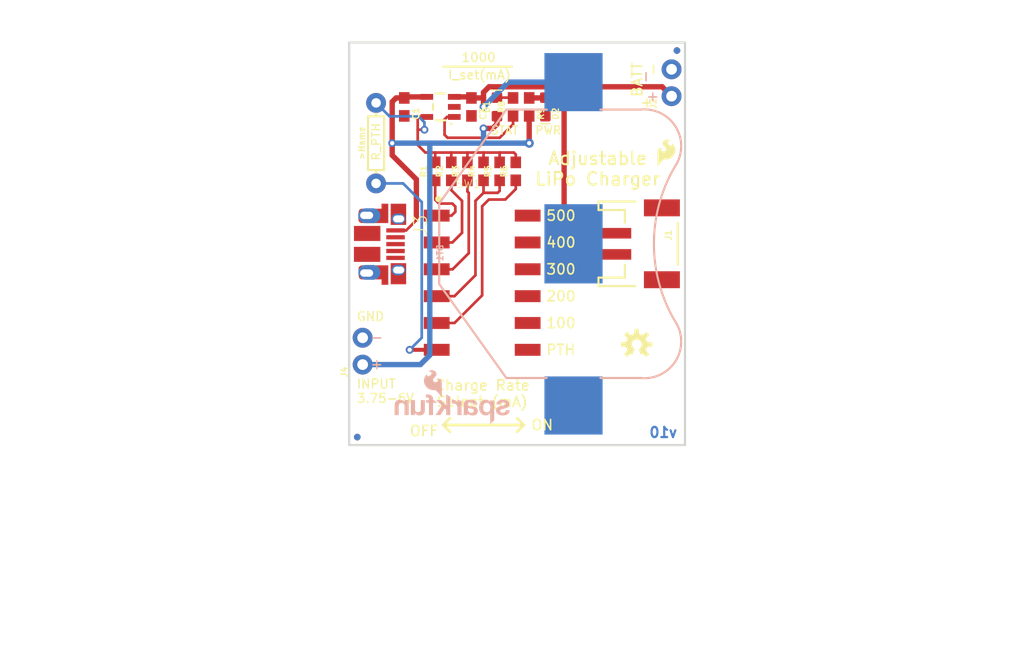
<source format=kicad_pcb>

(kicad_pcb
  (version 20171130)
  (host pcbnew "(5.1.12)-1")
  (general
    (thickness 1.6)
    (drawings 40)
    (tracks 126)
    (zones 0)
    (modules 28)
    (nets 20))
  (page A4)
  (layers
    (0 Top signal)
    (31 Bottom signal)
    (32 B.Adhes user)
    (33 F.Adhes user)
    (34 B.Paste user)
    (35 F.Paste user)
    (36 B.SilkS user)
    (37 F.SilkS user)
    (38 B.Mask user)
    (39 F.Mask user)
    (40 Dwgs.User user)
    (41 Cmts.User user)
    (42 Eco1.User user)
    (43 Eco2.User user)
    (44 Edge.Cuts user)
    (45 Margin user)
    (46 B.CrtYd user)
    (47 F.CrtYd user)
    (48 B.Fab user)
    (49 F.Fab user))
  (setup
    (last_trace_width 0.25)
    (trace_clearance 0.1778)
    (zone_clearance 0.508)
    (zone_45_only no)
    (trace_min 0.2)
    (via_size 0.8)
    (via_drill 0.4)
    (via_min_size 0.4)
    (via_min_drill 0.3)
    (uvia_size 0.3)
    (uvia_drill 0.1)
    (uvias_allowed no)
    (uvia_min_size 0.2)
    (uvia_min_drill 0.1)
    (edge_width 0.05)
    (segment_width 0.2)
    (pcb_text_width 0.3)
    (pcb_text_size 1.5 1.5)
    (mod_edge_width 0.12)
    (mod_text_size 1 1)
    (mod_text_width 0.15)
    (pad_size 1.524 1.524)
    (pad_drill 0.762)
    (pad_to_mask_clearance 0)
    (aux_axis_origin 0 0)
    (visible_elements FFFFFF7F)
    (pcbplotparams
      (layerselection 0x010fc_ffffffff)
      (usegerberextensions false)
      (usegerberattributes true)
      (usegerberadvancedattributes true)
      (creategerberjobfile true)
      (excludeedgelayer true)
      (linewidth 0.1)
      (plotframeref false)
      (viasonmask false)
      (mode 1)
      (useauxorigin false)
      (hpglpennumber 1)
      (hpglpenspeed 20)
      (hpglpendiameter 15.0)
      (psnegative false)
      (psa4output false)
      (plotreference true)
      (plotvalue true)
      (plotinvisibletext false)
      (padsonsilk false)
      (subtractmaskfromsilk false)
      (outputformat 1)
      (mirror false)
      (drillshape 1)
      (scaleselection 1)
      (outputdirectory "")))
  (net 0 "")
  (net 1 GND)
  (net 2 V_BATT)
  (net 3 VCC)
  (net 4 "Net-(R7-PadP$1)")
  (net 5 "Net-(R6-Pad1)")
  (net 6 "Net-(R4-Pad1)")
  (net 7 "Net-(R3-Pad1)")
  (net 8 "Net-(R2-Pad1)")
  (net 9 "Net-(R1-Pad1)")
  (net 10 /PROG)
  (net 11 "Net-(R8-Pad1)")
  (net 12 "Net-(D1-PadC)")
  (net 13 "Net-(J1-PadNC2)")
  (net 14 "Net-(J1-PadNC1)")
  (net 15 "Net-(J3-PadP$1)")
  (net 16 "Net-(J3-PadD-)")
  (net 17 "Net-(J3-PadD+)")
  (net 18 "Net-(J3-PadID)")
  (net 19 "Net-(D2-PadA)")
  (net_class Default "This is the default net class."
    (clearance 0.1778)
    (trace_width 0.25)
    (via_dia 0.8)
    (via_drill 0.4)
    (uvia_dia 0.3)
    (uvia_drill 0.1)
    (add_net /PROG)
    (add_net GND)
    (add_net "Net-(D1-PadC)")
    (add_net "Net-(D2-PadA)")
    (add_net "Net-(J1-PadNC1)")
    (add_net "Net-(J1-PadNC2)")
    (add_net "Net-(J3-PadD+)")
    (add_net "Net-(J3-PadD-)")
    (add_net "Net-(J3-PadID)")
    (add_net "Net-(J3-PadP$1)")
    (add_net "Net-(R1-Pad1)")
    (add_net "Net-(R2-Pad1)")
    (add_net "Net-(R3-Pad1)")
    (add_net "Net-(R4-Pad1)")
    (add_net "Net-(R6-Pad1)")
    (add_net "Net-(R7-PadP$1)")
    (add_net "Net-(R8-Pad1)")
    (add_net VCC)
    (add_net V_BATT))
  (module Sparkfun_Adjustable_LiPo_Charger:BATTCON_24.5MM_SMD
    (layer Bottom)
    (tedit 0)
    (tstamp 646E4AFE)
    (at 153.8351 105.0036 90)
    (descr "<h3>24.5mm Coin Cell Battery (CR2450) Holder - PTH</h3>\n<p>Through hole 24.5 mm coin cell holder. Holds battery in place with friction. Metal housing is +, PCB pad underneath is -.</p>\n<p><a href=\"http://www.sparkfun.com/datasheets/Batteries/Coin_Cell_Holder_245mm-3009.pdf\">Datasheet</a></p>\n<h4>Devices Using</h4>\n<ul><li>BATTERY</li></ul>")
    (path /A8E642DB)
    (fp_text reference BT1
      (at 0 -12.954 90)
      (layer B.SilkS)
      (effects
        (font
          (size 0.57912 0.57912)
          (thickness 0.12192))
        (justify left top mirror)))
    (fp_text value BATTERY-24.5MM_SMD
      (at 0 -12.446 90)
      (layer B.Fab)
      (effects
        (font
          (size 0.57912 0.57912)
          (thickness 0.12192))
        (justify left top mirror)))
    (fp_poly
      (pts
        (xy 10.795 3.81)
        (xy 18.415 3.81)
        (xy 18.415 -3.81)
        (xy 10.795 -3.81))
      (layer B.Paste)
      (width 0))
    (fp_poly
      (pts
        (xy -18.415 3.81)
        (xy -10.795 3.81)
        (xy -10.795 -3.81)
        (xy -18.415 -3.81))
      (layer B.Paste)
      (width 0))
    (fp_poly
      (pts
        (xy 17.78 2.54)
        (xy 12.7 2.54)
        (xy 12.7 -2.54)
        (xy 17.78 -2.54))
      (layer B.Fab)
      (width 0))
    (fp_poly
      (pts
        (xy -12.7 2.54)
        (xy -17.78 2.54)
        (xy -17.78 -2.54)
        (xy -12.7 -2.54))
      (layer B.Fab)
      (width 0))
    (fp_circle
      (center 0 0)
      (end 12.25 0)
      (layer B.Fab)
      (width 0.2032))
    (fp_line
      (start 12.7 6.35)
      (end 12.7 2.54)
      (layer B.SilkS)
      (width 0.2032))
    (fp_line
      (start -12.7 6.35)
      (end -12.7 2.54)
      (layer B.SilkS)
      (width 0.2032))
    (fp_line
      (start -12.7 -6.35)
      (end -12.7 -2.54)
      (layer B.SilkS)
      (width 0.2032))
    (fp_line
      (start 12.7 -6.35)
      (end 12.7 -2.54)
      (layer B.SilkS)
      (width 0.2032))
    (fp_line
      (start 3.81 -12.7)
      (end 12.7 -6.35)
      (layer B.SilkS)
      (width 0.2032))
    (fp_line
      (start -3.81 -12.7)
      (end -12.7 -6.35)
      (layer B.SilkS)
      (width 0.2032))
    (fp_line
      (start -3.81 -12.7)
      (end 3.81 -12.7)
      (layer B.SilkS)
      (width 0.2032))
    (fp_arc
      (start 9.244024 6.707499)
      (end 12.7 6.35)
      (angle 123.773101)
      (layer B.SilkS)
      (width 0.2032))
    (fp_arc
      (start -9.244159 6.707699)
      (end -12.7 6.35)
      (angle -123.780121)
      (layer B.SilkS)
      (width 0.2032))
    (fp_arc
      (start 0 22.0244)
      (end -7.62 9.779)
      (angle 63.785901)
      (layer B.SilkS)
      (width 0.2032))
    (pad 3 smd rect
      (at 15.3 0 90)
      (size 5.5 5.5)
      (layers Bottom B.Mask)
      (net 2 V_BATT)
      (solder_mask_margin 0.1016))
    (pad 1 smd rect
      (at -15.3 0 90)
      (size 5.5 5.5)
      (layers Bottom B.Mask)
      (solder_mask_margin 0.1016))
    (pad 2 smd rect
      (at 0 0 90)
      (size 7.5 5.5)
      (layers Bottom B.Paste B.Mask)
      (solder_mask_margin 0.1016)))
  (module Sparkfun_Adjustable_LiPo_Charger:0603
    (layer Top)
    (tedit 0)
    (tstamp 646E4B13)
    (at 137.8331 92.0496 270)
    (descr "<p><b>Generic 1608 (0603) package</b></p>\n<p>0.2mm courtyard excess rounded to nearest 0.05mm.</p>")
    (path /5D5D4D2F)
    (fp_text reference C1
      (at 0 -0.762 270)
      (layer F.SilkS)
      (effects
        (font
          (size 0.57912 0.57912)
          (thickness 0.12192))
        (justify right top)))
    (fp_text value 4.7uF
      (at 0 0.762 270)
      (layer F.Fab)
      (effects
        (font
          (size 0.57912 0.57912)
          (thickness 0.12192))
        (justify right top)))
    (fp_poly
      (pts
        (xy -0.1999 0.3)
        (xy 0.1999 0.3)
        (xy 0.1999 -0.3)
        (xy -0.1999 -0.3))
      (layer F.Adhes)
      (width 0))
    (fp_poly
      (pts
        (xy 0.3302 0.4699)
        (xy 0.8303 0.4699)
        (xy 0.8303 -0.4801)
        (xy 0.3302 -0.4801))
      (layer F.Fab)
      (width 0))
    (fp_poly
      (pts
        (xy -0.8382 0.4699)
        (xy -0.3381 0.4699)
        (xy -0.3381 -0.4801)
        (xy -0.8382 -0.4801))
      (layer F.Fab)
      (width 0))
    (fp_line
      (start -0.356 0.419)
      (end 0.356 0.419)
      (layer F.Fab)
      (width 0.1016))
    (fp_line
      (start -0.356 -0.432)
      (end 0.356 -0.432)
      (layer F.Fab)
      (width 0.1016))
    (fp_line
      (start -1.6 0.7)
      (end -1.6 -0.7)
      (layer Dwgs.User)
      (width 0.0508))
    (fp_line
      (start 1.6 0.7)
      (end -1.6 0.7)
      (layer Dwgs.User)
      (width 0.0508))
    (fp_line
      (start 1.6 -0.7)
      (end 1.6 0.7)
      (layer Dwgs.User)
      (width 0.0508))
    (fp_line
      (start -1.6 -0.7)
      (end 1.6 -0.7)
      (layer Dwgs.User)
      (width 0.0508))
    (pad 2 smd rect
      (at 0.85 0 270)
      (size 1.1 1)
      (layers Top F.Paste F.Mask)
      (solder_mask_margin 0.1016))
    (pad 1 smd rect
      (at -0.85 0 270)
      (size 1.1 1)
      (layers Top F.Paste F.Mask)
      (net 3 VCC)
      (solder_mask_margin 0.1016)))
  (module Sparkfun_Adjustable_LiPo_Charger:0603
    (layer Top)
    (tedit 0)
    (tstamp 646E4B21)
    (at 144.1831 92.0496 270)
    (descr "<p><b>Generic 1608 (0603) package</b></p>\n<p>0.2mm courtyard excess rounded to nearest 0.05mm.</p>")
    (path /79637687)
    (fp_text reference C3
      (at 0 -0.762 270)
      (layer F.SilkS)
      (effects
        (font
          (size 0.57912 0.57912)
          (thickness 0.12192))
        (justify right top)))
    (fp_text value 4.7uF
      (at 0 0.762 270)
      (layer F.Fab)
      (effects
        (font
          (size 0.57912 0.57912)
          (thickness 0.12192))
        (justify right top)))
    (fp_poly
      (pts
        (xy -0.1999 0.3)
        (xy 0.1999 0.3)
        (xy 0.1999 -0.3)
        (xy -0.1999 -0.3))
      (layer F.Adhes)
      (width 0))
    (fp_poly
      (pts
        (xy 0.3302 0.4699)
        (xy 0.8303 0.4699)
        (xy 0.8303 -0.4801)
        (xy 0.3302 -0.4801))
      (layer F.Fab)
      (width 0))
    (fp_poly
      (pts
        (xy -0.8382 0.4699)
        (xy -0.3381 0.4699)
        (xy -0.3381 -0.4801)
        (xy -0.8382 -0.4801))
      (layer F.Fab)
      (width 0))
    (fp_line
      (start -0.356 0.419)
      (end 0.356 0.419)
      (layer F.Fab)
      (width 0.1016))
    (fp_line
      (start -0.356 -0.432)
      (end 0.356 -0.432)
      (layer F.Fab)
      (width 0.1016))
    (fp_line
      (start -1.6 0.7)
      (end -1.6 -0.7)
      (layer Dwgs.User)
      (width 0.0508))
    (fp_line
      (start 1.6 0.7)
      (end -1.6 0.7)
      (layer Dwgs.User)
      (width 0.0508))
    (fp_line
      (start 1.6 -0.7)
      (end 1.6 0.7)
      (layer Dwgs.User)
      (width 0.0508))
    (fp_line
      (start -1.6 -0.7)
      (end 1.6 -0.7)
      (layer Dwgs.User)
      (width 0.0508))
    (pad 2 smd rect
      (at 0.85 0 270)
      (size 1.1 1)
      (layers Top F.Paste F.Mask)
      (solder_mask_margin 0.1016))
    (pad 1 smd rect
      (at -0.85 0 270)
      (size 1.1 1)
      (layers Top F.Paste F.Mask)
      (net 2 V_BATT)
      (solder_mask_margin 0.1016)))
  (module Sparkfun_Adjustable_LiPo_Charger:LED-0603
    (layer Top)
    (tedit 0)
    (tstamp 646E4B2F)
    (at 146.5961 92.0496 90)
    (descr "<B>LED 0603 SMT</B><p>\n0603, surface mount.\n<p>Specifications:\n<ul><li>Pin count: 2</li>\n<li>Pin pitch:0.075inch </li>\n<li>Area: 0.06\" x 0.03\"</li>\n</ul></p>\n<p>Example device(s):\n<ul><li>LED - BLUE</li>")
    (path /E3F3FA9B)
    (fp_text reference D1
      (at 0 -0.635 90)
      (layer F.SilkS)
      (effects
        (font
          (size 0.57912 0.57912)
          (thickness 0.12192))
        (justify bottom)))
    (fp_text value BLUE
      (at 0 0.635 90)
      (layer F.Fab)
      (effects
        (font
          (size 0.57912 0.57912)
          (thickness 0.12192))
        (justify top)))
    (fp_line
      (start 0.15875 0)
      (end -0.15875 0.3175)
      (layer F.Fab)
      (width 0.127))
    (fp_line
      (start 0.15875 0)
      (end -0.15875 -0.3175)
      (layer F.Fab)
      (width 0.127))
    (fp_line
      (start 0.15875 0)
      (end 0.15875 0.47625)
      (layer F.Fab)
      (width 0.127))
    (fp_line
      (start 0.15875 -0.47625)
      (end 0.15875 0)
      (layer F.Fab)
      (width 0.127))
    (fp_line
      (start 1.5875 -0.47625)
      (end 1.5875 0.47625)
      (layer F.SilkS)
      (width 0.127))
    (pad A smd roundrect
      (at -0.877 0)
      (size 1 1)
      (layers Top F.Paste F.Mask)
      (roundrect_rratio 0.15)
      (net 3 VCC)
      (solder_mask_margin 0.1016))
    (pad C smd roundrect
      (at 0.877 0)
      (size 1 1)
      (layers Top F.Paste F.Mask)
      (roundrect_rratio 0.15)
      (net 12 "Net-(D1-PadC)")
      (solder_mask_margin 0.1016)))
  (module Sparkfun_Adjustable_LiPo_Charger:FIDUCIAL-MICRO
    (layer Top)
    (tedit 0)
    (tstamp 646E4B39)
    (at 163.6141 86.7156)
    (descr "<h3>Fiducial - Circle, 0.25in</h3>\n<p>Point-of-reference for pick-and-place machines and other optical instruments.</p>\n<p>Devices using:\n<ul><li>FIDUCIAL</li></ul></p>")
    (path /FEEA320C)
    (fp_text reference FD1
      (at 0 0)
      (layer F.SilkS) hide
      (effects
        (font
          (size 1.27 1.27)
          (thickness 0.15))))
    (fp_text value FIDUCIALUFIDUCIAL
      (at 0 0)
      (layer F.SilkS) hide
      (effects
        (font
          (size 1.27 1.27)
          (thickness 0.15))))
    (pad 1 smd roundrect
      (at 0 0)
      (size 0.635 0.635)
      (layers Top F.Mask)
      (roundrect_rratio 0.5)
      (solder_mask_margin 0.1016)))
  (module Sparkfun_Adjustable_LiPo_Charger:FIDUCIAL-MICRO
    (layer Top)
    (tedit 0)
    (tstamp 646E4B3D)
    (at 133.3881 123.2916)
    (descr "<h3>Fiducial - Circle, 0.25in</h3>\n<p>Point-of-reference for pick-and-place machines and other optical instruments.</p>\n<p>Devices using:\n<ul><li>FIDUCIAL</li></ul></p>")
    (path /95FAA9EC)
    (fp_text reference FD2
      (at 0 0)
      (layer F.SilkS) hide
      (effects
        (font
          (size 1.27 1.27)
          (thickness 0.15))))
    (fp_text value FIDUCIALUFIDUCIAL
      (at 0 0)
      (layer F.SilkS) hide
      (effects
        (font
          (size 1.27 1.27)
          (thickness 0.15))))
    (pad 1 smd roundrect
      (at 0 0)
      (size 0.635 0.635)
      (layers Top F.Mask)
      (roundrect_rratio 0.5)
      (solder_mask_margin 0.1016)))
  (module Sparkfun_Adjustable_LiPo_Charger:CREATIVE_COMMONS
    (layer Top)
    (tedit 0)
    (tstamp 646E4B41)
    (at 119.9261 144.3736)
    (descr "<h3>Creative Commons License Template</h3>\n<p>CC BY-SA 4.0 License with <a href=\"https://creativecommons.org/licenses/by-sa/4.0/\">link to license</a> and placeholder for designer name.</p>\n<p>Devices using:\n<ul><li>FRAME_LEDGER</li>\n<li>FRAME_LETTER</li></ul></p>")
    (path /CC96BE83)
    (fp_text reference FRAME1
      (at 0 0)
      (layer F.SilkS) hide
      (effects
        (font
          (size 1.27 1.27)
          (thickness 0.15))))
    (fp_text value FRAME-LETTER
      (at 0 0)
      (layer F.SilkS) hide
      (effects
        (font
          (size 1.27 1.27)
          (thickness 0.15))))
    (fp_text user "Designed by:"
      (at 11.43 0)
      (layer F.Fab)
      (effects
        (font
          (size 1.6891 1.6891)
          (thickness 0.14224))
        (justify left bottom)))
    (fp_text user " https://creativecommons.org/licenses/by-sa/4.0/"
      (at 0 -2.54)
      (layer F.Fab)
      (effects
        (font
          (size 1.6891 1.6891)
          (thickness 0.14224))
        (justify left bottom)))
    (fp_text user "Released under the Creative Commons Attribution Share-Alike 4.0 License"
      (at -20.32 -5.08)
      (layer F.Fab)
      (effects
        (font
          (size 1.6891 1.6891)
          (thickness 0.14224))
        (justify left bottom))))
  (module Sparkfun_Adjustable_LiPo_Charger:JST-2-SMD
    (layer Top)
    (tedit 0)
    (tstamp 646E4B47)
    (at 160.6931 105.0036 270)
    (descr "<h3>JST-Right Angle Male Header SMT</h3>\n<p>Specifications:\n<ul><li>Pin count: 2</li>\n<li>Pin pitch: 2mm</li>\n</ul></p>\n<p><a href=http://www.4uconnector.com/online/object/4udrawing/20404.pdf>Datasheet referenced for footprint</a></p>\n<p>Example device(s):\n<ul><li>CONN_02</li>\n<li>JST_2MM_MALE</li>\n</ul></p>")
    (path /449C7C68)
    (fp_text reference J1
      (at -1.397 -1.778 270)
      (layer F.SilkS)
      (effects
        (font
          (size 0.57912 0.57912)
          (thickness 0.12192))
        (justify right top)))
    (fp_text value JST_2MM_MALE
      (at -1.651 -0.635 270)
      (layer F.Fab)
      (effects
        (font
          (size 0.57912 0.57912)
          (thickness 0.12192))
        (justify right top)))
    (fp_line
      (start 2 -3)
      (end -2 -3)
      (layer F.SilkS)
      (width 0.2032))
    (fp_line
      (start 4 4.5)
      (end 4 1)
      (layer F.SilkS)
      (width 0.2032))
    (fp_line
      (start 3.2 4.5)
      (end 4 4.5)
      (layer F.SilkS)
      (width 0.2032))
    (fp_line
      (start 3.2 2)
      (end 3.2 4.5)
      (layer F.SilkS)
      (width 0.2032))
    (fp_line
      (start 2 2)
      (end 3.2 2)
      (layer F.SilkS)
      (width 0.2032))
    (fp_line
      (start -3.2 2)
      (end -2 2)
      (layer F.SilkS)
      (width 0.2032))
    (fp_line
      (start -3.2 4.5)
      (end -3.2 2)
      (layer F.SilkS)
      (width 0.2032))
    (fp_line
      (start -4 4.5)
      (end -3.2 4.5)
      (layer F.SilkS)
      (width 0.2032))
    (fp_line
      (start -4 1)
      (end -4 4.5)
      (layer F.SilkS)
      (width 0.2032))
    (pad NC2 smd rect
      (at 3.4 -1.5)
      (size 3.4 1.6)
      (layers Top F.Paste F.Mask)
      (solder_mask_margin 0.1016))
    (pad NC1 smd rect
      (at -3.4 -1.5)
      (size 3.4 1.6)
      (layers Top F.Paste F.Mask)
      (solder_mask_margin 0.1016))
    (pad 2 smd rect
      (at 1 3.7 270)
      (size 1 4.6)
      (layers Top F.Paste F.Mask)
      (net 2 V_BATT)
      (solder_mask_margin 0.1016))
    (pad 1 smd rect
      (at -1 3.7 270)
      (size 1 4.6)
      (layers Top F.Paste F.Mask)
      (solder_mask_margin 0.1016)))
  (module Sparkfun_Adjustable_LiPo_Charger:1X02_NO_SILK
    (layer Top)
    (tedit 0)
    (tstamp 646E4B57)
    (at 163.1061 91.0336 90)
    (descr "<h3>Plated Through Hole - No Silk Outline</h3>\n<p>Specifications:\n<ul><li>Pin count:2</li>\n<li>Pin pitch:0.1\"</li>\n</ul></p>\n<p>Example device(s):\n<ul><li>CONN_02</li>\n</ul></p>")
    (path /C3E76336)
    (fp_text reference J2
      (at -1.27 -1.397 90)
      (layer F.SilkS)
      (effects
        (font
          (size 0.57912 0.57912)
          (thickness 0.12192))
        (justify left bottom)))
    (fp_text value CONN_021X02_NO_SILK
      (at -1.27 2.032 90)
      (layer F.Fab)
      (effects
        (font
          (size 0.57912 0.57912)
          (thickness 0.12192))
        (justify left bottom)))
    (fp_poly
      (pts
        (xy -0.254 0.254)
        (xy 0.254 0.254)
        (xy 0.254 -0.254)
        (xy -0.254 -0.254))
      (layer F.Fab)
      (width 0))
    (fp_poly
      (pts
        (xy 2.286 0.254)
        (xy 2.794 0.254)
        (xy 2.794 -0.254)
        (xy 2.286 -0.254))
      (layer F.Fab)
      (width 0))
    (pad 2 thru_hole circle
      (at 2.54 0 180)
      (size 1.8796 1.8796)
      (drill 1.016)
      (layers *.Cu *.Mask)
      (solder_mask_margin 0.1016))
    (pad 1 thru_hole circle
      (at 0 0 180)
      (size 1.8796 1.8796)
      (drill 1.016)
      (layers *.Cu *.Mask)
      (net 2 V_BATT)
      (solder_mask_margin 0.1016)))
  (module Sparkfun_Adjustable_LiPo_Charger:USB-MICROB-PTH
    (layer Top)
    (tedit 0)
    (tstamp 646E4B5E)
    (at 135.6741 105.0036 270)
    (path /B665FDA9)
    (fp_text reference J3
      (at -2.838581 -2.985918 270)
      (layer F.SilkS)
      (effects
        (font
          (size 1.2065 1.2065)
          (thickness 0.1016))
        (justify right top)))
    (fp_text value USB_MICRO-B_HALF_PTH
      (at -3.601581 4.478081 270)
      (layer F.Fab)
      (effects
        (font
          (size 1.2065 1.2065)
          (thickness 0.1016))
        (justify right top)))
    (fp_text user "Edge of board"
      (at 4.613818 2.819081 270)
      (layer Cmts.User)
      (effects
        (font
          (size 1.2065 1.2065)
          (thickness 0.1016))
        (justify left bottom)))
    (fp_poly
      (pts
        (xy 1.201418 -2.143918)
        (xy 1.451418 -2.143918)
        (xy 1.451418 -0.513918)
        (xy 1.201418 -0.513918))
      (layer F.Paste)
      (width 0))
    (fp_poly
      (pts
        (xy 0.551418 -2.153918)
        (xy 0.801418 -2.153918)
        (xy 0.801418 -0.523918)
        (xy 0.551418 -0.523918))
      (layer F.Paste)
      (width 0))
    (fp_poly
      (pts
        (xy -0.108581 -2.153918)
        (xy 0.141418 -2.153918)
        (xy 0.141418 -0.523918)
        (xy -0.108581 -0.523918))
      (layer F.Paste)
      (width 0))
    (fp_poly
      (pts
        (xy -0.758581 -2.143918)
        (xy -0.508581 -2.143918)
        (xy -0.508581 -0.513918)
        (xy -0.758581 -0.513918))
      (layer F.Paste)
      (width 0))
    (fp_poly
      (pts
        (xy -1.398581 -2.143918)
        (xy -1.148581 -2.143918)
        (xy -1.148581 -0.513918)
        (xy -1.398581 -0.513918))
      (layer F.Paste)
      (width 0))
    (fp_poly
      (pts
        (xy 3.411218 0.106681)
        (xy 3.893818 0.106681)
        (xy 3.893818 -0.680718)
        (xy 2.014218 -0.680718)
        (xy 2.014218 1.859281)
        (xy 2.039353 1.985643)
        (xy 2.110931 2.092768)
        (xy 2.344418 2.189481)
        (xy 3.081018 2.189481)
        (xy 3.233418 2.148646)
        (xy 3.344983 2.037081)
        (xy 3.385818 1.884681)
        (xy 3.385818 0.132081))
      (layer F.Paste)
      (width 0))
    (fp_poly
      (pts
        (xy -3.370581 0.132081)
        (xy -3.827781 0.132081)
        (xy -3.827781 -0.680718)
        (xy -1.948181 -0.680718)
        (xy -1.948181 1.884681)
        (xy -1.973316 2.011043)
        (xy -2.044894 2.118168)
        (xy -2.278381 2.214881)
        (xy -3.040381 2.214881)
        (xy -3.192781 2.174046)
        (xy -3.304346 2.062481)
        (xy -3.345181 1.910081)
        (xy -3.345181 0.157481))
      (layer F.Paste)
      (width 0))
    (fp_poly
      (pts
        (xy 1.912618 -0.731518)
        (xy 3.970018 -0.731518)
        (xy 3.970018 0.107881)
        (xy 3.462018 0.107881)
        (xy 3.462018 1.859281)
        (xy 3.436909 2.01091)
        (xy 3.355686 2.141389)
        (xy 3.081018 2.265681)
        (xy 2.319018 2.265681)
        (xy 2.177109 2.242506)
        (xy 2.054871 2.166789)
        (xy 1.938018 1.910081))
      (layer F.Mask)
      (width 0))
    (fp_poly
      (pts
        (xy -3.878581 -0.731518)
        (xy -1.871981 -0.731518)
        (xy -1.871981 0.132081)
        (xy -1.897381 1.757681)
        (xy -1.897381 1.884681)
        (xy -1.920556 2.02659)
        (xy -1.996273 2.148828)
        (xy -2.252981 2.265681)
        (xy -2.989581 2.265681)
        (xy -3.14121 2.240572)
        (xy -3.271689 2.159349)
        (xy -3.395981 1.884681)
        (xy -3.390981 0.117881)
        (xy -3.873581 0.117881))
      (layer F.Mask)
      (width 0))
    (fp_poly
      (pts
        (xy 3.876418 -0.645918)
        (xy 3.876418 -0.010918)
        (xy 3.371418 -0.010918)
        (xy 3.371418 1.874081)
        (xy 3.323728 2.003834)
        (xy 3.230015 2.105459)
        (xy 2.966418 2.169081)
        (xy 2.366418 2.169081)
        (xy 2.207578 2.131879)
        (xy 2.08862 2.020241)
        (xy 2.041418 1.864081)
        (xy 2.041418 -0.645918))
      (layer Top)
      (width 0))
    (fp_poly
      (pts
        (xy -3.793581 -0.645918)
        (xy -3.798581 -0.005918)
        (xy -3.323581 -0.005918)
        (xy -3.318581 1.884081)
        (xy -3.270891 2.013834)
        (xy -3.177178 2.115459)
        (xy -2.913581 2.179081)
        (xy -2.313581 2.179081)
        (xy -2.152062 2.151879)
        (xy -2.025783 2.047562)
        (xy -1.968581 1.894081)
        (xy -1.963581 -0.645918))
      (layer Top)
      (width 0))
    (fp_line
      (start -3.878581 -2.400918)
      (end 3.921418 -2.400918)
      (layer Dwgs.User)
      (width 0.1))
    (fp_line
      (start -3.878581 2.599081)
      (end -3.878581 -2.400918)
      (layer Dwgs.User)
      (width 0.1))
    (fp_line
      (start -3.878581 2.926081)
      (end -3.878581 2.599081)
      (layer Dwgs.User)
      (width 0.1))
    (fp_line
      (start 3.921418 2.926081)
      (end 3.921418 2.599081)
      (layer Dwgs.User)
      (width 0.1))
    (fp_line
      (start -3.878581 2.926081)
      (end 3.921418 2.926081)
      (layer Dwgs.User)
      (width 0.1))
    (fp_line
      (start 3.921418 2.599081)
      (end 3.921418 -2.400918)
      (layer Dwgs.User)
      (width 0.1))
    (fp_line
      (start -3.878581 2.599081)
      (end 3.921418 2.599081)
      (layer Dwgs.User)
      (width 0.1))
    (pad "" np_thru_hole circle
      (at 2.766418 1.664081 270)
      (size 0.7 0.7)
      (drill 0.7)
      (layers *.Cu *.Mask))
    (pad "" np_thru_hole circle
      (at 2.766418 1.496081 270)
      (size 0.7 0.7)
      (drill 0.7)
      (layers *.Cu *.Mask))
    (pad "" np_thru_hole circle
      (at 2.767418 1.303081 270)
      (size 0.7 0.7)
      (drill 0.7)
      (layers *.Cu *.Mask))
    (pad "" np_thru_hole circle
      (at 2.768418 1.134081 270)
      (size 0.7 0.7)
      (drill 0.7)
      (layers *.Cu *.Mask))
    (pad "" np_thru_hole circle
      (at 2.486218 -1.431718 270)
      (size 0.66 0.66)
      (drill 0.66)
      (layers *.Cu *.Mask))
    (pad "" np_thru_hole circle
      (at 2.480818 -1.540918 270)
      (size 0.66 0.66)
      (drill 0.66)
      (layers *.Cu *.Mask))
    (pad "" np_thru_hole circle
      (at 2.490818 -1.690918 270)
      (size 0.66 0.66)
      (drill 0.66)
      (layers *.Cu *.Mask))
    (pad "" np_thru_hole circle
      (at 2.480818 -1.820918 270)
      (size 0.66 0.66)
      (drill 0.66)
      (layers *.Cu *.Mask))
    (pad "" np_thru_hole circle
      (at -2.353781 -1.431718 270)
      (size 0.66 0.66)
      (drill 0.66)
      (layers *.Cu *.Mask))
    (pad "" np_thru_hole circle
      (at -2.359181 -1.540918 270)
      (size 0.66 0.66)
      (drill 0.66)
      (layers *.Cu *.Mask))
    (pad "" np_thru_hole circle
      (at -2.349181 -1.690918 270)
      (size 0.66 0.66)
      (drill 0.66)
      (layers *.Cu *.Mask))
    (pad "" np_thru_hole circle
      (at -2.359181 -1.820918 270)
      (size 0.66 0.66)
      (drill 0.66)
      (layers *.Cu *.Mask))
    (pad P$4 smd roundrect
      (at -2.367981 -1.603918)
      (size 1.3 1)
      (layers Bottom B.Mask)
      (roundrect_rratio 0.5)
      (solder_mask_margin 0.1016))
    (pad "" np_thru_hole circle
      (at -2.693581 1.664081 270)
      (size 0.7 0.7)
      (drill 0.7)
      (layers *.Cu *.Mask))
    (pad "" np_thru_hole circle
      (at -2.693581 1.499081 270)
      (size 0.7 0.7)
      (drill 0.7)
      (layers *.Cu *.Mask))
    (pad "" np_thru_hole circle
      (at -2.692581 1.300081 270)
      (size 0.7 0.7)
      (drill 0.7)
      (layers *.Cu *.Mask))
    (pad P$3 smd roundrect
      (at -2.658543 1.143784)
      (size 2.1 1.4)
      (layers Bottom B.Mask)
      (roundrect_rratio 0.5)
      (solder_mask_margin 0.1016))
    (pad "" np_thru_hole circle
      (at -2.692581 1.134081 270)
      (size 0.7 0.7)
      (drill 0.7)
      (layers *.Cu *.Mask))
    (pad P$8 smd roundrect
      (at 2.701418 1.142081)
      (size 1.5 1.1)
      (layers Top F.Paste F.Mask)
      (roundrect_rratio 0.5)
      (solder_mask_margin 0.1016))
    (pad P$1 smd roundrect
      (at 2.701418 1.142081)
      (size 2.1 1.4)
      (layers Bottom B.Mask)
      (roundrect_rratio 0.5)
      (solder_mask_margin 0.1016))
    (pad P$6 smd roundrect
      (at -2.367981 -1.603918)
      (size 1.3 1)
      (layers Top F.Paste F.Mask)
      (roundrect_rratio 0.5)
      (solder_mask_margin 0.1016))
    (pad P$12 smd roundrect
      (at -2.658543 1.143784)
      (size 1.5 1.1)
      (layers Top F.Paste F.Mask)
      (roundrect_rratio 0.5)
      (solder_mask_margin 0.1016))
    (pad P$2 smd roundrect
      (at 2.487418 -1.593918)
      (size 1.3 1)
      (layers Top F.Paste F.Mask)
      (roundrect_rratio 0.5)
      (solder_mask_margin 0.1016))
    (pad P$10 smd roundrect
      (at 2.481418 -1.597918)
      (size 1.3 1)
      (layers Bottom B.Mask)
      (roundrect_rratio 0.5)
      (solder_mask_margin 0.1016))
    (pad SHIELD3 smd rect
      (at -0.978581 1.349081)
      (size 2.5 1.425)
      (layers Top F.Paste F.Mask)
      (solder_mask_margin 0.1016))
    (pad SHIELD4 smd rect
      (at 0.996178 1.351781)
      (size 2.5 1.425)
      (layers Top F.Paste F.Mask)
      (solder_mask_margin 0.1016))
    (pad SHEILD2 smd rect
      (at 2.831018 -1.605918)
      (size 1.46 2)
      (layers Top F.Paste F.Mask)
      (solder_mask_margin 0.1016))
    (pad SHIELD smd rect
      (at -2.793581 -1.605918)
      (size 1.46 2)
      (layers Top F.Paste F.Mask)
      (solder_mask_margin 0.1016))
    (pad VBUS smd rect
      (at -1.268581 -1.330918)
      (size 1.75 0.4)
      (layers Top F.Mask)
      (net 3 VCC)
      (solder_mask_margin 0.1016))
    (pad D- smd rect
      (at -0.618581 -1.330918)
      (size 1.75 0.4)
      (layers Top F.Mask)
      (solder_mask_margin 0.1016))
    (pad D+ smd rect
      (at 0.031418 -1.330918)
      (size 1.75 0.4)
      (layers Top F.Mask)
      (solder_mask_margin 0.1016))
    (pad ID smd rect
      (at 0.681418 -1.330918)
      (size 1.75 0.4)
      (layers Top F.Mask)
      (solder_mask_margin 0.1016))
    (pad GND smd rect
      (at 1.331418 -1.330918)
      (size 1.75 0.4)
      (layers Top F.Mask)
      (solder_mask_margin 0.1016)))
  (module Sparkfun_Adjustable_LiPo_Charger:0603
    (layer Top)
    (tedit 0)
    (tstamp 646E4B95)
    (at 140.7541 98.1456 90)
    (descr "<p><b>Generic 1608 (0603) package</b></p>\n<p>0.2mm courtyard excess rounded to nearest 0.05mm.</p>")
    (path /6125AC8E)
    (fp_text reference R1
      (at 0 -0.762 90)
      (layer F.SilkS)
      (effects
        (font
          (size 0.57912 0.57912)
          (thickness 0.12192))
        (justify bottom)))
    (fp_text value 2.0k
      (at 0 0.762 90)
      (layer F.Fab)
      (effects
        (font
          (size 0.57912 0.57912)
          (thickness 0.12192))
        (justify top)))
    (fp_poly
      (pts
        (xy -0.1999 0.3)
        (xy 0.1999 0.3)
        (xy 0.1999 -0.3)
        (xy -0.1999 -0.3))
      (layer F.Adhes)
      (width 0))
    (fp_poly
      (pts
        (xy 0.3302 0.4699)
        (xy 0.8303 0.4699)
        (xy 0.8303 -0.4801)
        (xy 0.3302 -0.4801))
      (layer F.Fab)
      (width 0))
    (fp_poly
      (pts
        (xy -0.8382 0.4699)
        (xy -0.3381 0.4699)
        (xy -0.3381 -0.4801)
        (xy -0.8382 -0.4801))
      (layer F.Fab)
      (width 0))
    (fp_line
      (start -0.356 0.419)
      (end 0.356 0.419)
      (layer F.Fab)
      (width 0.1016))
    (fp_line
      (start -0.356 -0.432)
      (end 0.356 -0.432)
      (layer F.Fab)
      (width 0.1016))
    (fp_line
      (start -1.6 0.7)
      (end -1.6 -0.7)
      (layer Dwgs.User)
      (width 0.0508))
    (fp_line
      (start 1.6 0.7)
      (end -1.6 0.7)
      (layer Dwgs.User)
      (width 0.0508))
    (fp_line
      (start 1.6 -0.7)
      (end 1.6 0.7)
      (layer Dwgs.User)
      (width 0.0508))
    (fp_line
      (start -1.6 -0.7)
      (end 1.6 -0.7)
      (layer Dwgs.User)
      (width 0.0508))
    (pad 2 smd rect
      (at 0.85 0 90)
      (size 1.1 1)
      (layers Top F.Paste F.Mask)
      (net 10 /PROG)
      (solder_mask_margin 0.1016))
    (pad 1 smd rect
      (at -0.85 0 90)
      (size 1.1 1)
      (layers Top F.Paste F.Mask)
      (net 9 "Net-(R1-Pad1)")
      (solder_mask_margin 0.1016)))
  (module Sparkfun_Adjustable_LiPo_Charger:0603
    (layer Top)
    (tedit 0)
    (tstamp 646E4BA3)
    (at 142.2781 98.1456 90)
    (descr "<p><b>Generic 1608 (0603) package</b></p>\n<p>0.2mm courtyard excess rounded to nearest 0.05mm.</p>")
    (path /E0747953)
    (fp_text reference R2
      (at 0 -0.762 90)
      (layer F.SilkS)
      (effects
        (font
          (size 0.57912 0.57912)
          (thickness 0.12192))
        (justify bottom)))
    (fp_text value 2.49k
      (at 0 0.762 90)
      (layer F.Fab)
      (effects
        (font
          (size 0.57912 0.57912)
          (thickness 0.12192))
        (justify top)))
    (fp_poly
      (pts
        (xy -0.1999 0.3)
        (xy 0.1999 0.3)
        (xy 0.1999 -0.3)
        (xy -0.1999 -0.3))
      (layer F.Adhes)
      (width 0))
    (fp_poly
      (pts
        (xy 0.3302 0.4699)
        (xy 0.8303 0.4699)
        (xy 0.8303 -0.4801)
        (xy 0.3302 -0.4801))
      (layer F.Fab)
      (width 0))
    (fp_poly
      (pts
        (xy -0.8382 0.4699)
        (xy -0.3381 0.4699)
        (xy -0.3381 -0.4801)
        (xy -0.8382 -0.4801))
      (layer F.Fab)
      (width 0))
    (fp_line
      (start -0.356 0.419)
      (end 0.356 0.419)
      (layer F.Fab)
      (width 0.1016))
    (fp_line
      (start -0.356 -0.432)
      (end 0.356 -0.432)
      (layer F.Fab)
      (width 0.1016))
    (fp_line
      (start -1.6 0.7)
      (end -1.6 -0.7)
      (layer Dwgs.User)
      (width 0.0508))
    (fp_line
      (start 1.6 0.7)
      (end -1.6 0.7)
      (layer Dwgs.User)
      (width 0.0508))
    (fp_line
      (start 1.6 -0.7)
      (end 1.6 0.7)
      (layer Dwgs.User)
      (width 0.0508))
    (fp_line
      (start -1.6 -0.7)
      (end 1.6 -0.7)
      (layer Dwgs.User)
      (width 0.0508))
    (pad 2 smd rect
      (at 0.85 0 90)
      (size 1.1 1)
      (layers Top F.Paste F.Mask)
      (net 10 /PROG)
      (solder_mask_margin 0.1016))
    (pad 1 smd rect
      (at -0.85 0 90)
      (size 1.1 1)
      (layers Top F.Paste F.Mask)
      (net 8 "Net-(R2-Pad1)")
      (solder_mask_margin 0.1016)))
  (module Sparkfun_Adjustable_LiPo_Charger:0603
    (layer Top)
    (tedit 0)
    (tstamp 646E4BB1)
    (at 143.8021 98.1456 90)
    (descr "<p><b>Generic 1608 (0603) package</b></p>\n<p>0.2mm courtyard excess rounded to nearest 0.05mm.</p>")
    (path /8C4D7660)
    (fp_text reference R3
      (at 0 -0.762 90)
      (layer F.SilkS)
      (effects
        (font
          (size 0.57912 0.57912)
          (thickness 0.12192))
        (justify bottom)))
    (fp_text value 3.3k
      (at 0 0.762 90)
      (layer F.Fab)
      (effects
        (font
          (size 0.57912 0.57912)
          (thickness 0.12192))
        (justify top)))
    (fp_poly
      (pts
        (xy -0.1999 0.3)
        (xy 0.1999 0.3)
        (xy 0.1999 -0.3)
        (xy -0.1999 -0.3))
      (layer F.Adhes)
      (width 0))
    (fp_poly
      (pts
        (xy 0.3302 0.4699)
        (xy 0.8303 0.4699)
        (xy 0.8303 -0.4801)
        (xy 0.3302 -0.4801))
      (layer F.Fab)
      (width 0))
    (fp_poly
      (pts
        (xy -0.8382 0.4699)
        (xy -0.3381 0.4699)
        (xy -0.3381 -0.4801)
        (xy -0.8382 -0.4801))
      (layer F.Fab)
      (width 0))
    (fp_line
      (start -0.356 0.419)
      (end 0.356 0.419)
      (layer F.Fab)
      (width 0.1016))
    (fp_line
      (start -0.356 -0.432)
      (end 0.356 -0.432)
      (layer F.Fab)
      (width 0.1016))
    (fp_line
      (start -1.6 0.7)
      (end -1.6 -0.7)
      (layer Dwgs.User)
      (width 0.0508))
    (fp_line
      (start 1.6 0.7)
      (end -1.6 0.7)
      (layer Dwgs.User)
      (width 0.0508))
    (fp_line
      (start 1.6 -0.7)
      (end 1.6 0.7)
      (layer Dwgs.User)
      (width 0.0508))
    (fp_line
      (start -1.6 -0.7)
      (end 1.6 -0.7)
      (layer Dwgs.User)
      (width 0.0508))
    (pad 2 smd rect
      (at 0.85 0 90)
      (size 1.1 1)
      (layers Top F.Paste F.Mask)
      (net 10 /PROG)
      (solder_mask_margin 0.1016))
    (pad 1 smd rect
      (at -0.85 0 90)
      (size 1.1 1)
      (layers Top F.Paste F.Mask)
      (net 7 "Net-(R3-Pad1)")
      (solder_mask_margin 0.1016)))
  (module Sparkfun_Adjustable_LiPo_Charger:0603
    (layer Top)
    (tedit 0)
    (tstamp 646E4BBF)
    (at 145.3261 98.1456 90)
    (descr "<p><b>Generic 1608 (0603) package</b></p>\n<p>0.2mm courtyard excess rounded to nearest 0.05mm.</p>")
    (path /B13F4994)
    (fp_text reference R4
      (at 0 -0.762 90)
      (layer F.SilkS)
      (effects
        (font
          (size 0.57912 0.57912)
          (thickness 0.12192))
        (justify bottom)))
    (fp_text value 10k
      (at 0 0.762 90)
      (layer F.Fab)
      (effects
        (font
          (size 0.57912 0.57912)
          (thickness 0.12192))
        (justify top)))
    (fp_poly
      (pts
        (xy -0.1999 0.3)
        (xy 0.1999 0.3)
        (xy 0.1999 -0.3)
        (xy -0.1999 -0.3))
      (layer F.Adhes)
      (width 0))
    (fp_poly
      (pts
        (xy 0.3302 0.4699)
        (xy 0.8303 0.4699)
        (xy 0.8303 -0.4801)
        (xy 0.3302 -0.4801))
      (layer F.Fab)
      (width 0))
    (fp_poly
      (pts
        (xy -0.8382 0.4699)
        (xy -0.3381 0.4699)
        (xy -0.3381 -0.4801)
        (xy -0.8382 -0.4801))
      (layer F.Fab)
      (width 0))
    (fp_line
      (start -0.356 0.419)
      (end 0.356 0.419)
      (layer F.Fab)
      (width 0.1016))
    (fp_line
      (start -0.356 -0.432)
      (end 0.356 -0.432)
      (layer F.Fab)
      (width 0.1016))
    (fp_line
      (start -1.6 0.7)
      (end -1.6 -0.7)
      (layer Dwgs.User)
      (width 0.0508))
    (fp_line
      (start 1.6 0.7)
      (end -1.6 0.7)
      (layer Dwgs.User)
      (width 0.0508))
    (fp_line
      (start 1.6 -0.7)
      (end 1.6 0.7)
      (layer Dwgs.User)
      (width 0.0508))
    (fp_line
      (start -1.6 -0.7)
      (end 1.6 -0.7)
      (layer Dwgs.User)
      (width 0.0508))
    (pad 2 smd rect
      (at 0.85 0 90)
      (size 1.1 1)
      (layers Top F.Paste F.Mask)
      (net 10 /PROG)
      (solder_mask_margin 0.1016))
    (pad 1 smd rect
      (at -0.85 0 90)
      (size 1.1 1)
      (layers Top F.Paste F.Mask)
      (net 6 "Net-(R4-Pad1)")
      (solder_mask_margin 0.1016)))
  (module Sparkfun_Adjustable_LiPo_Charger:0603
    (layer Top)
    (tedit 0)
    (tstamp 646E4BCD)
    (at 146.8501 98.1456 90)
    (descr "<p><b>Generic 1608 (0603) package</b></p>\n<p>0.2mm courtyard excess rounded to nearest 0.05mm.</p>")
    (path /C1449B59)
    (fp_text reference R5
      (at 0 -0.762 90)
      (layer F.SilkS)
      (effects
        (font
          (size 0.57912 0.57912)
          (thickness 0.12192))
        (justify bottom)))
    (fp_text value 10k
      (at 0 0.762 90)
      (layer F.Fab)
      (effects
        (font
          (size 0.57912 0.57912)
          (thickness 0.12192))
        (justify top)))
    (fp_poly
      (pts
        (xy -0.1999 0.3)
        (xy 0.1999 0.3)
        (xy 0.1999 -0.3)
        (xy -0.1999 -0.3))
      (layer F.Adhes)
      (width 0))
    (fp_poly
      (pts
        (xy 0.3302 0.4699)
        (xy 0.8303 0.4699)
        (xy 0.8303 -0.4801)
        (xy 0.3302 -0.4801))
      (layer F.Fab)
      (width 0))
    (fp_poly
      (pts
        (xy -0.8382 0.4699)
        (xy -0.3381 0.4699)
        (xy -0.3381 -0.4801)
        (xy -0.8382 -0.4801))
      (layer F.Fab)
      (width 0))
    (fp_line
      (start -0.356 0.419)
      (end 0.356 0.419)
      (layer F.Fab)
      (width 0.1016))
    (fp_line
      (start -0.356 -0.432)
      (end 0.356 -0.432)
      (layer F.Fab)
      (width 0.1016))
    (fp_line
      (start -1.6 0.7)
      (end -1.6 -0.7)
      (layer Dwgs.User)
      (width 0.0508))
    (fp_line
      (start 1.6 0.7)
      (end -1.6 0.7)
      (layer Dwgs.User)
      (width 0.0508))
    (fp_line
      (start 1.6 -0.7)
      (end 1.6 0.7)
      (layer Dwgs.User)
      (width 0.0508))
    (fp_line
      (start -1.6 -0.7)
      (end 1.6 -0.7)
      (layer Dwgs.User)
      (width 0.0508))
    (pad 2 smd rect
      (at 0.85 0 90)
      (size 1.1 1)
      (layers Top F.Paste F.Mask)
      (net 10 /PROG)
      (solder_mask_margin 0.1016))
    (pad 1 smd rect
      (at -0.85 0 90)
      (size 1.1 1)
      (layers Top F.Paste F.Mask)
      (net 6 "Net-(R4-Pad1)")
      (solder_mask_margin 0.1016)))
  (module Sparkfun_Adjustable_LiPo_Charger:0603
    (layer Top)
    (tedit 0)
    (tstamp 646E4BDB)
    (at 148.3741 98.1456 90)
    (descr "<p><b>Generic 1608 (0603) package</b></p>\n<p>0.2mm courtyard excess rounded to nearest 0.05mm.</p>")
    (path /1047F363)
    (fp_text reference R6
      (at 0 -0.762 90)
      (layer F.SilkS)
      (effects
        (font
          (size 0.57912 0.57912)
          (thickness 0.12192))
        (justify bottom)))
    (fp_text value 10k
      (at 0 0.762 90)
      (layer F.Fab)
      (effects
        (font
          (size 0.57912 0.57912)
          (thickness 0.12192))
        (justify top)))
    (fp_poly
      (pts
        (xy -0.1999 0.3)
        (xy 0.1999 0.3)
        (xy 0.1999 -0.3)
        (xy -0.1999 -0.3))
      (layer F.Adhes)
      (width 0))
    (fp_poly
      (pts
        (xy 0.3302 0.4699)
        (xy 0.8303 0.4699)
        (xy 0.8303 -0.4801)
        (xy 0.3302 -0.4801))
      (layer F.Fab)
      (width 0))
    (fp_poly
      (pts
        (xy -0.8382 0.4699)
        (xy -0.3381 0.4699)
        (xy -0.3381 -0.4801)
        (xy -0.8382 -0.4801))
      (layer F.Fab)
      (width 0))
    (fp_line
      (start -0.356 0.419)
      (end 0.356 0.419)
      (layer F.Fab)
      (width 0.1016))
    (fp_line
      (start -0.356 -0.432)
      (end 0.356 -0.432)
      (layer F.Fab)
      (width 0.1016))
    (fp_line
      (start -1.6 0.7)
      (end -1.6 -0.7)
      (layer Dwgs.User)
      (width 0.0508))
    (fp_line
      (start 1.6 0.7)
      (end -1.6 0.7)
      (layer Dwgs.User)
      (width 0.0508))
    (fp_line
      (start 1.6 -0.7)
      (end 1.6 0.7)
      (layer Dwgs.User)
      (width 0.0508))
    (fp_line
      (start -1.6 -0.7)
      (end 1.6 -0.7)
      (layer Dwgs.User)
      (width 0.0508))
    (pad 2 smd rect
      (at 0.85 0 90)
      (size 1.1 1)
      (layers Top F.Paste F.Mask)
      (net 10 /PROG)
      (solder_mask_margin 0.1016))
    (pad 1 smd rect
      (at -0.85 0 90)
      (size 1.1 1)
      (layers Top F.Paste F.Mask)
      (net 5 "Net-(R6-Pad1)")
      (solder_mask_margin 0.1016)))
  (module Sparkfun_Adjustable_LiPo_Charger:AXIAL-0.3
    (layer Top)
    (tedit 0)
    (tstamp 646E4BE9)
    (at 135.1661 95.4786 90)
    (descr "<h3>AXIAL-0.3</h3>\n<p>Commonly used for 1/4W through-hole resistors. 0.3\" pitch between holes.</p>")
    (path /8F9D28DB)
    (fp_text reference R7
      (at 0 0 90)
      (layer F.SilkS) hide
      (effects
        (font
          (size 1.27 1.27)
          (thickness 0.15))))
    (fp_text value PTH
      (at 0 0 90)
      (layer F.SilkS) hide
      (effects
        (font
          (size 1.27 1.27)
          (thickness 0.15))))
    (fp_text user >Value
      (at 0 1.016 90)
      (layer F.Fab)
      (effects
        (font
          (size 0.57912 0.57912)
          (thickness 0.12192))
        (justify top)))
    (fp_text user >Name
      (at 0 -1.016 90)
      (layer F.SilkS)
      (effects
        (font
          (size 0.57912 0.57912)
          (thickness 0.12192))
        (justify bottom)))
    (fp_line
      (start -2.54 0)
      (end -2.794 0)
      (layer F.SilkS)
      (width 0.2032))
    (fp_line
      (start 2.54 0)
      (end 2.794 0)
      (layer F.SilkS)
      (width 0.2032))
    (fp_line
      (start -2.54 0)
      (end -2.54 -0.762)
      (layer F.SilkS)
      (width 0.2032))
    (fp_line
      (start -2.54 0.762)
      (end -2.54 0)
      (layer F.SilkS)
      (width 0.2032))
    (fp_line
      (start 2.54 0.762)
      (end -2.54 0.762)
      (layer F.SilkS)
      (width 0.2032))
    (fp_line
      (start 2.54 0)
      (end 2.54 0.762)
      (layer F.SilkS)
      (width 0.2032))
    (fp_line
      (start 2.54 -0.762)
      (end 2.54 0)
      (layer F.SilkS)
      (width 0.2032))
    (fp_line
      (start -2.54 -0.762)
      (end 2.54 -0.762)
      (layer F.SilkS)
      (width 0.2032))
    (pad P$2 thru_hole circle
      (at 3.81 0 90)
      (size 1.8796 1.8796)
      (drill 0.9)
      (layers *.Cu *.Mask)
      (net 10 /PROG)
      (solder_mask_margin 0.1016))
    (pad P$1 thru_hole circle
      (at -3.81 0 90)
      (size 1.8796 1.8796)
      (drill 0.9)
      (layers *.Cu *.Mask)
      (net 4 "Net-(R7-PadP$1)")
      (solder_mask_margin 0.1016)))
  (module Sparkfun_Adjustable_LiPo_Charger:0603
    (layer Top)
    (tedit 0)
    (tstamp 646E4BF8)
    (at 148.1201 92.0496 90)
    (descr "<p><b>Generic 1608 (0603) package</b></p>\n<p>0.2mm courtyard excess rounded to nearest 0.05mm.</p>")
    (path /80905056)
    (fp_text reference R8
      (at 0 -0.762 90)
      (layer F.SilkS)
      (effects
        (font
          (size 0.57912 0.57912)
          (thickness 0.12192))
        (justify bottom)))
    (fp_text value 330
      (at 0 0.762 90)
      (layer F.Fab)
      (effects
        (font
          (size 0.57912 0.57912)
          (thickness 0.12192))
        (justify top)))
    (fp_poly
      (pts
        (xy -0.1999 0.3)
        (xy 0.1999 0.3)
        (xy 0.1999 -0.3)
        (xy -0.1999 -0.3))
      (layer F.Adhes)
      (width 0))
    (fp_poly
      (pts
        (xy 0.3302 0.4699)
        (xy 0.8303 0.4699)
        (xy 0.8303 -0.4801)
        (xy 0.3302 -0.4801))
      (layer F.Fab)
      (width 0))
    (fp_poly
      (pts
        (xy -0.8382 0.4699)
        (xy -0.3381 0.4699)
        (xy -0.3381 -0.4801)
        (xy -0.8382 -0.4801))
      (layer F.Fab)
      (width 0))
    (fp_line
      (start -0.356 0.419)
      (end 0.356 0.419)
      (layer F.Fab)
      (width 0.1016))
    (fp_line
      (start -0.356 -0.432)
      (end 0.356 -0.432)
      (layer F.Fab)
      (width 0.1016))
    (fp_line
      (start -1.6 0.7)
      (end -1.6 -0.7)
      (layer Dwgs.User)
      (width 0.0508))
    (fp_line
      (start 1.6 0.7)
      (end -1.6 0.7)
      (layer Dwgs.User)
      (width 0.0508))
    (fp_line
      (start 1.6 -0.7)
      (end 1.6 0.7)
      (layer Dwgs.User)
      (width 0.0508))
    (fp_line
      (start -1.6 -0.7)
      (end 1.6 -0.7)
      (layer Dwgs.User)
      (width 0.0508))
    (pad 2 smd rect
      (at 0.85 0 90)
      (size 1.1 1)
      (layers Top F.Paste F.Mask)
      (net 12 "Net-(D1-PadC)")
      (solder_mask_margin 0.1016))
    (pad 1 smd rect
      (at -0.85 0 90)
      (size 1.1 1)
      (layers Top F.Paste F.Mask)
      (net 11 "Net-(R8-Pad1)")
      (solder_mask_margin 0.1016)))
  (module Sparkfun_Adjustable_LiPo_Charger:DIPSWITCH-06-SMD
    (layer Top)
    (tedit 0)
    (tstamp 646E4C06)
    (at 145.1991 108.6866 270)
    (path /F85A3293)
    (fp_text reference SW1
      (at -8.89 2.54)
      (layer F.SilkS)
      (effects
        (font
          (size 0.77216 0.77216)
          (thickness 0.065024))
        (justify left bottom)))
    (fp_text value DIP-06
      (at 9.525 2.54)
      (layer F.Fab)
      (effects
        (font
          (size 0.77216 0.77216)
          (thickness 0.065024))
        (justify left bottom)))
    (fp_text user ON
      (at -8.001 -2.159 270)
      (layer F.Fab)
      (effects
        (font
          (size 0.77216 0.77216)
          (thickness 0.065024))
        (justify left bottom)))
    (fp_poly
      (pts
        (xy -7.9375 4.445)
        (xy -8.09625 4.402463)
        (xy -8.212463 4.28625)
        (xy -8.255 4.1275)
        (xy -8.212463 3.96875)
        (xy -8.09625 3.852537)
        (xy -7.9375 3.81)
        (xy -7.77875 3.852537)
        (xy -7.662537 3.96875)
        (xy -7.62 4.1275)
        (xy -7.662537 4.28625)
        (xy -7.77875 4.402463))
      (layer F.SilkS)
      (width 0))
    (fp_poly
      (pts
        (xy 5.715 0.254)
        (xy 5.715 2.032)
        (xy 6.985 2.032)
        (xy 6.985 0.254))
      (layer F.Fab)
      (width 0))
    (fp_poly
      (pts
        (xy 3.175 0.254)
        (xy 3.175 2.032)
        (xy 4.445 2.032)
        (xy 4.445 0.254))
      (layer F.Fab)
      (width 0))
    (fp_poly
      (pts
        (xy 0.635 0.254)
        (xy 0.635 2.032)
        (xy 1.905 2.032)
        (xy 1.905 0.254))
      (layer F.Fab)
      (width 0))
    (fp_poly
      (pts
        (xy -1.905 0.254)
        (xy -1.905 2.032)
        (xy -0.635 2.032)
        (xy -0.635 0.254))
      (layer F.Fab)
      (width 0))
    (fp_poly
      (pts
        (xy -4.445 0.254)
        (xy -4.445 2.032)
        (xy -3.175 2.032)
        (xy -3.175 0.254))
      (layer F.Fab)
      (width 0))
    (fp_poly
      (pts
        (xy -6.985 0.254)
        (xy -6.985 2.032)
        (xy -5.715 2.032)
        (xy -5.715 0.254))
      (layer F.Fab)
      (width 0))
    (fp_line
      (start 6.985 -1.778)
      (end 6.985 0.254)
      (layer F.Fab)
      (width 0.127))
    (fp_line
      (start 5.715 -1.778)
      (end 6.985 -1.778)
      (layer F.Fab)
      (width 0.127))
    (fp_line
      (start 5.715 0.254)
      (end 5.715 -1.778)
      (layer F.Fab)
      (width 0.127))
    (fp_line
      (start 4.445 -1.778)
      (end 4.445 0.254)
      (layer F.Fab)
      (width 0.127))
    (fp_line
      (start 3.175 -1.778)
      (end 4.445 -1.778)
      (layer F.Fab)
      (width 0.127))
    (fp_line
      (start 3.175 0.254)
      (end 3.175 -1.778)
      (layer F.Fab)
      (width 0.127))
    (fp_line
      (start 1.905 -1.778)
      (end 1.905 0.254)
      (layer F.Fab)
      (width 0.127))
    (fp_line
      (start 0.635 -1.778)
      (end 1.905 -1.778)
      (layer F.Fab)
      (width 0.127))
    (fp_line
      (start 0.635 0.254)
      (end 0.635 -1.778)
      (layer F.Fab)
      (width 0.127))
    (fp_line
      (start -0.635 -1.778)
      (end -0.635 0.254)
      (layer F.Fab)
      (width 0.127))
    (fp_line
      (start -1.905 -1.778)
      (end -0.635 -1.778)
      (layer F.Fab)
      (width 0.127))
    (fp_line
      (start -1.905 0.254)
      (end -1.905 -1.778)
      (layer F.Fab)
      (width 0.127))
    (fp_line
      (start -3.175 -1.778)
      (end -3.175 0.254)
      (layer F.Fab)
      (width 0.127))
    (fp_line
      (start -4.445 -1.778)
      (end -3.175 -1.778)
      (layer F.Fab)
      (width 0.127))
    (fp_line
      (start -4.445 0.254)
      (end -4.445 -1.778)
      (layer F.Fab)
      (width 0.127))
    (fp_line
      (start -5.715 -1.778)
      (end -5.715 0.254)
      (layer F.Fab)
      (width 0.127))
    (fp_line
      (start -6.985 -1.778)
      (end -5.715 -1.778)
      (layer F.Fab)
      (width 0.127))
    (fp_line
      (start -6.985 0.254)
      (end -6.985 -1.778)
      (layer F.Fab)
      (width 0.127))
    (fp_line
      (start 8.355 3.35)
      (end -8.355 3.35)
      (layer F.Fab)
      (width 0.127))
    (fp_line
      (start 8.355 -3.35)
      (end 8.355 3.35)
      (layer F.Fab)
      (width 0.127))
    (fp_line
      (start -8.355 -3.35)
      (end 8.355 -3.35)
      (layer F.Fab)
      (width 0.127))
    (fp_line
      (start -8.355 3.35)
      (end -8.355 -3.35)
      (layer F.Fab)
      (width 0.127))
    (pad 7 smd rect
      (at 6.35 -4.3)
      (size 2.44 1.13)
      (layers Top F.Paste F.Mask)
      (solder_mask_margin 0.1016))
    (pad 8 smd rect
      (at 3.81 -4.3)
      (size 2.44 1.13)
      (layers Top F.Paste F.Mask)
      (solder_mask_margin 0.1016))
    (pad 9 smd rect
      (at 1.27 -4.3)
      (size 2.44 1.13)
      (layers Top F.Paste F.Mask)
      (solder_mask_margin 0.1016))
    (pad 10 smd rect
      (at -1.27 -4.3)
      (size 2.44 1.13)
      (layers Top F.Paste F.Mask)
      (solder_mask_margin 0.1016))
    (pad 11 smd rect
      (at -3.81 -4.3)
      (size 2.44 1.13)
      (layers Top F.Paste F.Mask)
      (solder_mask_margin 0.1016))
    (pad 12 smd rect
      (at -6.35 -4.3)
      (size 2.44 1.13)
      (layers Top F.Paste F.Mask)
      (solder_mask_margin 0.1016))
    (pad 6 smd rect
      (at 6.35 4.3)
      (size 2.44 1.13)
      (layers Top F.Paste F.Mask)
      (net 4 "Net-(R7-PadP$1)")
      (solder_mask_margin 0.1016))
    (pad 5 smd rect
      (at 3.81 4.3)
      (size 2.44 1.13)
      (layers Top F.Paste F.Mask)
      (net 5 "Net-(R6-Pad1)")
      (solder_mask_margin 0.1016))
    (pad 4 smd rect
      (at 1.27 4.3)
      (size 2.44 1.13)
      (layers Top F.Paste F.Mask)
      (net 6 "Net-(R4-Pad1)")
      (solder_mask_margin 0.1016))
    (pad 3 smd rect
      (at -1.27 4.3)
      (size 2.44 1.13)
      (layers Top F.Paste F.Mask)
      (net 7 "Net-(R3-Pad1)")
      (solder_mask_margin 0.1016))
    (pad 2 smd rect
      (at -3.81 4.3)
      (size 2.44 1.13)
      (layers Top F.Paste F.Mask)
      (net 8 "Net-(R2-Pad1)")
      (solder_mask_margin 0.1016))
    (pad 1 smd rect
      (at -6.35 4.3)
      (size 2.44 1.13)
      (layers Top F.Paste F.Mask)
      (net 9 "Net-(R1-Pad1)")
      (solder_mask_margin 0.1016)))
  (module Sparkfun_Adjustable_LiPo_Charger:SOT23-5
    (layer Top)
    (tedit 0)
    (tstamp 646E4C33)
    (at 141.2621 92.0496 90)
    (descr "<b>Small Outline Transistor</b>")
    (path /94FABF20)
    (fp_text reference U1
      (at -0.889 -2.159 90)
      (layer F.SilkS)
      (effects
        (font
          (size 0.38608 0.38608)
          (thickness 0.032512))
        (justify left bottom)))
    (fp_text value MCP73831
      (at -0.9525 0.1905 90)
      (layer F.Fab)
      (effects
        (font
          (size 0.38608 0.38608)
          (thickness 0.032512))
        (justify left bottom)))
    (fp_circle
      (center -1.6002 1.016)
      (end -1.5367 1.016)
      (layer F.SilkS)
      (width 0.127))
    (fp_poly
      (pts
        (xy -1.2 -0.85)
        (xy -0.7 -0.85)
        (xy -0.7 -1.5)
        (xy -1.2 -1.5))
      (layer F.Fab)
      (width 0))
    (fp_poly
      (pts
        (xy 0.7 -0.85)
        (xy 1.2 -0.85)
        (xy 1.2 -1.5)
        (xy 0.7 -1.5))
      (layer F.Fab)
      (width 0))
    (fp_poly
      (pts
        (xy 0.7 1.5)
        (xy 1.2 1.5)
        (xy 1.2 0.85)
        (xy 0.7 0.85))
      (layer F.Fab)
      (width 0))
    (fp_poly
      (pts
        (xy -0.25 1.5)
        (xy 0.25 1.5)
        (xy 0.25 0.85)
        (xy -0.25 0.85))
      (layer F.Fab)
      (width 0))
    (fp_poly
      (pts
        (xy -1.2 1.5)
        (xy -0.7 1.5)
        (xy -0.7 0.85)
        (xy -1.2 0.85))
      (layer F.Fab)
      (width 0))
    (fp_line
      (start -1.4 -0.8)
      (end -1.4 0.8)
      (layer F.Fab)
      (width 0.1524))
    (fp_line
      (start 1.4 -0.8)
      (end 1.4 0.8)
      (layer F.Fab)
      (width 0.1524))
    (fp_line
      (start -0.2684 -0.7088)
      (end 0.2684 -0.7088)
      (layer F.SilkS)
      (width 0.2032))
    (fp_line
      (start -1.4 -0.8)
      (end 1.4 -0.8)
      (layer F.Fab)
      (width 0.1524))
    (fp_line
      (start -1.27 0.4294)
      (end -1.27 -0.4294)
      (layer F.SilkS)
      (width 0.2032))
    (fp_line
      (start 1.4 0.8)
      (end -1.4 0.8)
      (layer F.Fab)
      (width 0.1524))
    (fp_line
      (start 1.27 -0.4294)
      (end 1.27 0.4294)
      (layer F.SilkS)
      (width 0.2032))
    (pad 5 smd rect
      (at -0.95 -1.3001 90)
      (size 0.55 1.2)
      (layers Top F.Paste F.Mask)
      (net 10 /PROG)
      (solder_mask_margin 0.1016))
    (pad 4 smd rect
      (at 0.95 -1.3001 90)
      (size 0.55 1.2)
      (layers Top F.Paste F.Mask)
      (net 3 VCC)
      (solder_mask_margin 0.1016))
    (pad 3 smd rect
      (at 0.95 1.3001 90)
      (size 0.55 1.2)
      (layers Top F.Paste F.Mask)
      (net 2 V_BATT)
      (solder_mask_margin 0.1016))
    (pad 2 smd rect
      (at 0 1.3001 90)
      (size 0.55 1.2)
      (layers Top F.Paste F.Mask)
      (solder_mask_margin 0.1016))
    (pad 1 smd rect
      (at -0.95 1.3001 90)
      (size 0.55 1.2)
      (layers Top F.Paste F.Mask)
      (net 11 "Net-(R8-Pad1)")
      (solder_mask_margin 0.1016)))
  (module Sparkfun_Adjustable_LiPo_Charger:SFE_LOGO_FLAME_.1
    (layer Top)
    (tedit 0)
    (tstamp 646E4C48)
    (at 161.4551 98.0186)
    (descr "<h3>SparkFun Flame Logo - 0.1\" Height - Silkscreen</h3>\n<p>SparkFun Flame Logo</p>\n<p>Devices using:\n<ul><li>SFE_LOGO_FLAME</li></ul></p>")
    (path /994F8438)
    (fp_text reference LOGO1
      (at 0 0)
      (layer F.SilkS) hide
      (effects
        (font
          (size 1.27 1.27)
          (thickness 0.15))))
    (fp_text value SFE_LOGO_FLAME.1_INCH
      (at 0 0)
      (layer F.SilkS) hide
      (effects
        (font
          (size 1.27 1.27)
          (thickness 0.15))))
    (fp_poly
      (pts
        (xy 1.7 -2.49)
        (xy 1.7 -2.4)
        (xy 1.69 -2.37)
        (xy 1.68 -2.35)
        (xy 1.65 -2.32)
        (xy 1.62 -2.31)
        (xy 1.59 -2.31)
        (xy 1.51 -2.33)
        (xy 1.47 -2.35)
        (xy 1.44 -2.37)
        (xy 1.4 -2.4)
        (xy 1.34 -2.46)
        (xy 1.3 -2.52)
        (xy 1.29 -2.56)
        (xy 1.29 -2.62)
        (xy 1.3 -2.65)
        (xy 1.31 -2.67)
        (xy 1.33 -2.7)
        (xy 1.37 -2.73)
        (xy 1.41 -2.75)
        (xy 1.46 -2.76)
        (xy 1.5 -2.77)
        (xy 1.56 -2.77)
        (xy 1.58 -2.76)
        (xy 1.59 -2.76)
        (xy 1.58 -2.77)
        (xy 1.54 -2.8)
        (xy 1.4 -2.87)
        (xy 1.31 -2.89)
        (xy 1.21 -2.89)
        (xy 1.1 -2.87)
        (xy 0.99 -2.81)
        (xy 0.9 -2.74)
        (xy 0.85 -2.66)
        (xy 0.82 -2.57)
        (xy 0.82 -2.49)
        (xy 0.84 -2.4)
        (xy 0.89 -2.31)
        (xy 0.96 -2.23)
        (xy 1.04 -2.14)
        (xy 1.11 -2.07)
        (xy 1.14 -1.99)
        (xy 1.14 -1.92)
        (xy 1.12 -1.86)
        (xy 1.08 -1.81)
        (xy 1.02 -1.77)
        (xy 0.94 -1.75)
        (xy 0.86 -1.75)
        (xy 0.81 -1.76)
        (xy 0.76 -1.78)
        (xy 0.7 -1.84)
        (xy 0.68 -1.87)
        (xy 0.67 -1.9)
        (xy 0.67 -1.94)
        (xy 0.68 -1.97)
        (xy 0.74 -2.03)
        (xy 0.77 -2.04)
        (xy 0.81 -2.06)
        (xy 0.82 -2.07)
        (xy 0.78 -2.09)
        (xy 0.66 -2.09)
        (xy 0.6 -2.08)
        (xy 0.55 -2.07)
        (xy 0.5 -2.05)
        (xy 0.46 -2.02)
        (xy 0.41 -1.98)
        (xy 0.35 -1.88)
        (xy 0.33 -1.81)
        (xy 0.32 -1.73)
        (xy 0.32 -0.36)
        (xy 0.37 -0.41)
        (xy 0.4 -0.46)
        (xy 0.45 -0.51)
        (xy 0.5 -0.57)
        (xy 0.62 -0.69)
        (xy 0.74 -0.83)
        (xy 0.84 -0.93)
        (xy 0.94 -0.99)
        (xy 1 -1)
        (xy 1.19 -1)
        (xy 1.31 -1.02)
        (xy 1.42 -1.05)
        (xy 1.52 -1.09)
        (xy 1.62 -1.15)
        (xy 1.7 -1.22)
        (xy 1.78 -1.3)
        (xy 1.85 -1.39)
        (xy 1.95 -1.57)
        (xy 2 -1.76)
        (xy 2.01 -1.93)
        (xy 1.98 -2.09)
        (xy 1.93 -2.24)
        (xy 1.86 -2.35)
        (xy 1.78 -2.44))
      (layer F.SilkS)
      (width 0)))
  (module Sparkfun_Adjustable_LiPo_Charger:OSHW-LOGO-S
    (layer Top)
    (tedit 0)
    (tstamp 646E4C4C)
    (at 159.8041 114.5286)
    (descr "<h3>Open-Source Hardware (OSHW) Logo - Small - Silkscreen</h3>\n<p>Silkscreen logo for open-source hardware designs.</p>\n<p>Devices using:\n<ul><li>OSHW_LOGO</li></ul></p>")
    (path /6CBFEB06)
    (fp_text reference LOGO2
      (at 0 0)
      (layer F.SilkS) hide
      (effects
        (font
          (size 1.27 1.27)
          (thickness 0.15))))
    (fp_text value OSHW-LOGOS
      (at 0 0)
      (layer F.SilkS) hide
      (effects
        (font
          (size 1.27 1.27)
          (thickness 0.15))))
    (fp_poly
      (pts
        (xy 0.3947 0.9528)
        (xy 0.5465 0.8746)
        (xy 0.9235 1.182)
        (xy 1.182 0.9235)
        (xy 0.8746 0.5465)
        (xy 1.0049 0.232)
        (xy 1.4888 0.1828)
        (xy 1.4888 -0.1828)
        (xy 1.0049 -0.232)
        (xy 0.8746 -0.5465)
        (xy 1.182 -0.9235)
        (xy 0.9235 -1.182)
        (xy 0.5465 -0.8746)
        (xy 0.394664 -0.952817)
        (xy 0.232 -1.0049)
        (xy 0.1828 -1.4888)
        (xy -0.1828 -1.4888)
        (xy -0.232 -1.0049)
        (xy -0.5465 -0.8746)
        (xy -0.9235 -1.182)
        (xy -1.182 -0.9235)
        (xy -0.8746 -0.5465)
        (xy -1.0049 -0.232)
        (xy -1.4888 -0.1828)
        (xy -1.4888 0.1828)
        (xy -1.0049 0.232)
        (xy -0.8746 0.5465)
        (xy -1.182 0.9235)
        (xy -0.9235 1.182)
        (xy -0.5465 0.8746)
        (xy -0.472221 0.916847)
        (xy -0.3947 0.9528)
        (xy -0.1794 0.4331)
        (xy -0.179399 0.4331)
        (xy -0.3315 0.331493)
        (xy -0.4688 0)
        (xy -0.446639 -0.142321)
        (xy -0.382309 -0.271193)
        (xy -0.281885 -0.374447)
        (xy -0.154849 -0.442333)
        (xy -0.013199 -0.468439)
        (xy 0.129691 -0.450302)
        (xy 0.260326 -0.389633)
        (xy 0.366372 -0.292161)
        (xy 0.437814 -0.167091)
        (xy 0.467906 -0.026234)
        (xy 0.453806 0.117111)
        (xy 0.396846 0.249406)
        (xy 0.302405 0.358159)
        (xy 0.1794 0.4331))
      (layer F.SilkS)
      (width 0)))
  (module Sparkfun_Adjustable_LiPo_Charger:SFE_LOGO_NAME_FLAME_.1
    (layer Bottom)
    (tedit 0)
    (tstamp 646E4C50)
    (at 148.2471 122.1486 180)
    (descr "<h3>SparkFun Font Logo w/ Flame - 0.1\" Height - Silkscreen</h3>\n<p>SparkFun font logo with flame logo</p>\n<p>Devices using:\n<ul><li>SFE_LOGO_NAME_FLAME</li></ul></p>")
    (fp_text reference U$1
      (at 0 0 180)
      (layer B.SilkS) hide
      (effects
        (font
          (size 1.27 1.27)
          (thickness 0.15))
        (justify mirror)))
    (fp_text value ""
      (at 0 0 180)
      (layer B.SilkS) hide
      (effects
        (font
          (size 1.27 1.27)
          (thickness 0.15))
        (justify mirror)))
    (fp_poly
      (pts
        (xy 8.25 4.78)
        (xy 8.25 4.76)
        (xy 8.25 4.73)
        (xy 8.25 4.7)
        (xy 8.24 4.67)
        (xy 8.23 4.64)
        (xy 8.2 4.62)
        (xy 8.17 4.61)
        (xy 8.14 4.61)
        (xy 8.1 4.61)
        (xy 8.06 4.63)
        (xy 8.02 4.65)
        (xy 7.99 4.67)
        (xy 7.95 4.7)
        (xy 7.92 4.72)
        (xy 7.89 4.75)
        (xy 7.87 4.79)
        (xy 7.85 4.82)
        (xy 7.84 4.86)
        (xy 7.83 4.89)
        (xy 7.84 4.92)
        (xy 7.85 4.94)
        (xy 7.86 4.97)
        (xy 7.88 5)
        (xy 7.92 5.03)
        (xy 7.96 5.05)
        (xy 8.01 5.06)
        (xy 8.05 5.07)
        (xy 8.08 5.07)
        (xy 8.11 5.06)
        (xy 8.13 5.06)
        (xy 8.14 5.06)
        (xy 8.13 5.07)
        (xy 8.09 5.1)
        (xy 8.03 5.13)
        (xy 7.95 5.16)
        (xy 7.86 5.19)
        (xy 7.76 5.19)
        (xy 7.65 5.17)
        (xy 7.54 5.11)
        (xy 7.45 5.03)
        (xy 7.4 4.96)
        (xy 7.37 4.87)
        (xy 7.37 4.79)
        (xy 7.39 4.7)
        (xy 7.44 4.61)
        (xy 7.51 4.53)
        (xy 7.59 4.44)
        (xy 7.66 4.36)
        (xy 7.69 4.29)
        (xy 7.69 4.22)
        (xy 7.67 4.16)
        (xy 7.63 4.11)
        (xy 7.57 4.07)
        (xy 7.49 4.05)
        (xy 7.41 4.05)
        (xy 7.36 4.06)
        (xy 7.31 4.08)
        (xy 7.28 4.1)
        (xy 7.25 4.13)
        (xy 7.23 4.17)
        (xy 7.22 4.2)
        (xy 7.22 4.23)
        (xy 7.23 4.26)
        (xy 7.25 4.29)
        (xy 7.27 4.31)
        (xy 7.29 4.33)
        (xy 7.32 4.34)
        (xy 7.34 4.35)
        (xy 7.36 4.36)
        (xy 7.37 4.37)
        (xy 7.35 4.38)
        (xy 7.33 4.38)
        (xy 7.29 4.39)
        (xy 7.25 4.39)
        (xy 7.21 4.39)
        (xy 7.15 4.38)
        (xy 7.1 4.36)
        (xy 7.05 4.34)
        (xy 7.01 4.31)
        (xy 6.96 4.28)
        (xy 6.93 4.23)
        (xy 6.9 4.17)
        (xy 6.88 4.11)
        (xy 6.87 4.02)
        (xy 6.86 3.93)
        (xy 6.86 3.77)
        (xy 6.86 3.61)
        (xy 6.86 3.45)
        (xy 6.86 3.29)
        (xy 6.86 3.13)
        (xy 6.86 2.97)
        (xy 6.86 2.81)
        (xy 6.86 2.65)
        (xy 6.87 2.65)
        (xy 6.89 2.68)
        (xy 6.92 2.71)
        (xy 6.95 2.75)
        (xy 7 2.8)
        (xy 7.05 2.86)
        (xy 7.11 2.92)
        (xy 7.16 2.99)
        (xy 7.23 3.06)
        (xy 7.29 3.12)
        (xy 7.34 3.18)
        (xy 7.39 3.22)
        (xy 7.44 3.26)
        (xy 7.49 3.29)
        (xy 7.55 3.3)
        (xy 7.62 3.3)
        (xy 7.74 3.3)
        (xy 7.86 3.32)
        (xy 7.97 3.35)
        (xy 8.07 3.39)
        (xy 8.17 3.45)
        (xy 8.25 3.52)
        (xy 8.33 3.6)
        (xy 8.4 3.69)
        (xy 8.5 3.87)
        (xy 8.55 4.05)
        (xy 8.56 4.23)
        (xy 8.53 4.39)
        (xy 8.48 4.53)
        (xy 8.41 4.65)
        (xy 8.33 4.74))
      (layer B.SilkS)
      (width 0))
    (fp_poly
      (pts
        (xy 10 2.36)
        (xy 10.05 2.36)
        (xy 10.1 2.36)
        (xy 10.14 2.36)
        (xy 10.19 2.36)
        (xy 10.23 2.36)
        (xy 10.28 2.36)
        (xy 10.33 2.36)
        (xy 10.37 2.36)
        (xy 10.37 2.33)
        (xy 10.37 2.31)
        (xy 10.37 2.28)
        (xy 10.37 2.26)
        (xy 10.37 2.23)
        (xy 10.37 2.21)
        (xy 10.37 2.18)
        (xy 10.37 2.16)
        (xy 10.38 2.16)
        (xy 10.42 2.22)
        (xy 10.46 2.26)
        (xy 10.51 2.3)
        (xy 10.57 2.34)
        (xy 10.63 2.36)
        (xy 10.69 2.38)
        (xy 10.75 2.39)
        (xy 10.81 2.39)
        (xy 10.95 2.38)
        (xy 11.06 2.35)
        (xy 11.15 2.3)
        (xy 11.22 2.23)
        (xy 11.27 2.15)
        (xy 11.3 2.05)
        (xy 11.32 1.94)
        (xy 11.33 1.81)
        (xy 11.33 1.7)
        (xy 11.33 1.59)
        (xy 11.33 1.49)
        (xy 11.33 1.38)
        (xy 11.33 1.27)
        (xy 11.33 1.16)
        (xy 11.33 1.05)
        (xy 11.33 0.94)
        (xy 11.28 0.94)
        (xy 11.23 0.94)
        (xy 11.18 0.94)
        (xy 11.13 0.94)
        (xy 11.08 0.94)
        (xy 11.03 0.94)
        (xy 10.99 0.94)
        (xy 10.94 0.94)
        (xy 10.94 1.04)
        (xy 10.94 1.14)
        (xy 10.94 1.24)
        (xy 10.94 1.34)
        (xy 10.94 1.44)
        (xy 10.94 1.54)
        (xy 10.94 1.64)
        (xy 10.94 1.74)
        (xy 10.93 1.82)
        (xy 10.92 1.89)
        (xy 10.91 1.95)
        (xy 10.88 2)
        (xy 10.85 2.04)
        (xy 10.8 2.07)
        (xy 10.75 2.08)
        (xy 10.69 2.09)
        (xy 10.61 2.08)
        (xy 10.55 2.07)
        (xy 10.5 2.04)
        (xy 10.46 1.99)
        (xy 10.43 1.94)
        (xy 10.4 1.87)
        (xy 10.39 1.78)
        (xy 10.39 1.68)
        (xy 10.39 1.59)
        (xy 10.39 1.5)
        (xy 10.39 1.41)
        (xy 10.39 1.31)
        (xy 10.39 1.22)
        (xy 10.39 1.13)
        (xy 10.39 1.03)
        (xy 10.39 0.94)
        (xy 10.34 0.94)
        (xy 10.29 0.94)
        (xy 10.24 0.94)
        (xy 10.19 0.94)
        (xy 10.14 0.94)
        (xy 10.1 0.94)
        (xy 10.05 0.94)
        (xy 10 0.94)
        (xy 10 1.12)
        (xy 10 1.3)
        (xy 10 1.47)
        (xy 10 1.65)
        (xy 10 1.83)
        (xy 10 2)
        (xy 10 2.18))
      (layer B.SilkS)
      (width 0))
    (fp_poly
      (pts
        (xy 9.79 0.94)
        (xy 9.74 0.94)
        (xy 9.7 0.94)
        (xy 9.65 0.94)
        (xy 9.6 0.94)
        (xy 9.56 0.94)
        (xy 9.51 0.94)
        (xy 9.47 0.94)
        (xy 9.42 0.94)
        (xy 9.42 0.97)
        (xy 9.42 0.99)
        (xy 9.42 1.02)
        (xy 9.42 1.04)
        (xy 9.42 1.06)
        (xy 9.42 1.09)
        (xy 9.42 1.11)
        (xy 9.42 1.14)
        (xy 9.41 1.14)
        (xy 9.37 1.08)
        (xy 9.33 1.03)
        (xy 9.28 0.99)
        (xy 9.22 0.96)
        (xy 9.17 0.94)
        (xy 9.11 0.92)
        (xy 9.04 0.91)
        (xy 8.98 0.9)
        (xy 8.84 0.91)
        (xy 8.73 0.95)
        (xy 8.64 1)
        (xy 8.57 1.06)
        (xy 8.52 1.15)
        (xy 8.49 1.25)
        (xy 8.47 1.36)
        (xy 8.47 1.49)
        (xy 8.47 1.59)
        (xy 8.47 1.7)
        (xy 8.47 1.81)
        (xy 8.47 1.92)
        (xy 8.47 2.03)
        (xy 8.47 2.14)
        (xy 8.47 2.25)
        (xy 8.47 2.36)
        (xy 8.51 2.36)
        (xy 8.56 2.36)
        (xy 8.61 2.36)
        (xy 8.66 2.36)
        (xy 8.71 2.36)
        (xy 8.76 2.36)
        (xy 8.81 2.36)
        (xy 8.85 2.36)
        (xy 8.85 2.26)
        (xy 8.85 2.16)
        (xy 8.85 2.06)
        (xy 8.85 1.96)
        (xy 8.85 1.86)
        (xy 8.85 1.76)
        (xy 8.85 1.66)
        (xy 8.85 1.56)
        (xy 8.86 1.48)
        (xy 8.87 1.4)
        (xy 8.88 1.34)
        (xy 8.91 1.3)
        (xy 8.94 1.26)
        (xy 8.99 1.23)
        (xy 9.04 1.22)
        (xy 9.1 1.21)
        (xy 9.18 1.22)
        (xy 9.24 1.23)
        (xy 9.29 1.26)
        (xy 9.33 1.3)
        (xy 9.36 1.36)
        (xy 9.39 1.43)
        (xy 9.4 1.51)
        (xy 9.4 1.61)
        (xy 9.4 1.71)
        (xy 9.4 1.8)
        (xy 9.4 1.89)
        (xy 9.4 1.98)
        (xy 9.4 2.08)
        (xy 9.4 2.17)
        (xy 9.4 2.26)
        (xy 9.4 2.36)
        (xy 9.45 2.36)
        (xy 9.5 2.36)
        (xy 9.55 2.36)
        (xy 9.6 2.36)
        (xy 9.65 2.36)
        (xy 9.7 2.36)
        (xy 9.74 2.36)
        (xy 9.79 2.36)
        (xy 9.79 2.18)
        (xy 9.79 2)
        (xy 9.79 1.83)
        (xy 9.79 1.65)
        (xy 9.79 1.47)
        (xy 9.79 1.29)
        (xy 9.79 1.12))
      (layer B.SilkS)
      (width 0))
    (fp_poly
      (pts
        (xy 7.7 2.1)
        (xy 7.65 2.1)
        (xy 7.6 2.1)
        (xy 7.55 2.1)
        (xy 7.51 2.1)
        (xy 7.46 2.1)
        (xy 7.41 2.1)
        (xy 7.36 2.1)
        (xy 7.31 2.1)
        (xy 7.35 2.13)
        (xy 7.38 2.16)
        (xy 7.41 2.19)
        (xy 7.45 2.23)
        (xy 7.48 2.26)
        (xy 7.51 2.29)
        (xy 7.55 2.32)
        (xy 7.58 2.36)
        (xy 7.59 2.36)
        (xy 7.61 2.36)
        (xy 7.62 2.36)
        (xy 7.64 2.36)
        (xy 7.65 2.36)
        (xy 7.67 2.36)
        (xy 7.68 2.36)
        (xy 7.7 2.36)
        (xy 7.7 2.37)
        (xy 7.7 2.38)
        (xy 7.7 2.4)
        (xy 7.7 2.41)
        (xy 7.7 2.42)
        (xy 7.7 2.44)
        (xy 7.7 2.45)
        (xy 7.7 2.46)
        (xy 7.7 2.56)
        (xy 7.73 2.64)
        (xy 7.76 2.71)
        (xy 7.81 2.77)
        (xy 7.88 2.82)
        (xy 7.96 2.86)
        (xy 8.06 2.89)
        (xy 8.17 2.89)
        (xy 8.2 2.89)
        (xy 8.22 2.89)
        (xy 8.25 2.89)
        (xy 8.27 2.89)
        (xy 8.3 2.89)
        (xy 8.32 2.89)
        (xy 8.35 2.89)
        (xy 8.37 2.88)
        (xy 8.37 2.85)
        (xy 8.37 2.81)
        (xy 8.37 2.78)
        (xy 8.37 2.74)
        (xy 8.37 2.7)
        (xy 8.37 2.67)
        (xy 8.37 2.63)
        (xy 8.37 2.6)
        (xy 8.36 2.6)
        (xy 8.34 2.6)
        (xy 8.32 2.6)
        (xy 8.3 2.6)
        (xy 8.29 2.6)
        (xy 8.27 2.6)
        (xy 8.25 2.6)
        (xy 8.23 2.6)
        (xy 8.2 2.6)
        (xy 8.16 2.59)
        (xy 8.14 2.58)
        (xy 8.12 2.57)
        (xy 8.1 2.54)
        (xy 8.09 2.52)
        (xy 8.09 2.48)
        (xy 8.08 2.44)
        (xy 8.08 2.43)
        (xy 8.08 2.42)
        (xy 8.08 2.41)
        (xy 8.08 2.4)
        (xy 8.08 2.39)
        (xy 8.08 2.38)
        (xy 8.08 2.37)
        (xy 8.08 2.36)
        (xy 8.12 2.36)
        (xy 8.15 2.36)
        (xy 8.19 2.36)
        (xy 8.22 2.36)
        (xy 8.25 2.36)
        (xy 8.29 2.36)
        (xy 8.32 2.36)
        (xy 8.35 2.36)
        (xy 8.35 2.32)
        (xy 8.35 2.29)
        (xy 8.35 2.26)
        (xy 8.35 2.23)
        (xy 8.35 2.19)
        (xy 8.35 2.16)
        (xy 8.35 2.13)
        (xy 8.35 2.1)
        (xy 8.32 2.1)
        (xy 8.29 2.1)
        (xy 8.25 2.1)
        (xy 8.22 2.1)
        (xy 8.19 2.1)
        (xy 8.15 2.1)
        (xy 8.12 2.1)
        (xy 8.08 2.1)
        (xy 8.08 1.95)
        (xy 8.08 1.81)
        (xy 8.08 1.66)
        (xy 8.08 1.52)
        (xy 8.08 1.37)
        (xy 8.08 1.23)
        (xy 8.08 1.09)
        (xy 8.08 0.94)
        (xy 8.04 0.94)
        (xy 7.99 0.94)
        (xy 7.94 0.94)
        (xy 7.89 0.94)
        (xy 7.84 0.94)
        (xy 7.79 0.94)
        (xy 7.74 0.94)
        (xy 7.7 0.94)
        (xy 7.7 1.09)
        (xy 7.7 1.23)
        (xy 7.7 1.37)
        (xy 7.7 1.52)
        (xy 7.7 1.66)
        (xy 7.7 1.81)
        (xy 7.7 1.95))
      (layer B.SilkS)
      (width 0))
    (fp_poly
      (pts
        (xy 6.06 2.68)
        (xy 6.45 2.89)
        (xy 6.45 1.85)
        (xy 6.94 2.36)
        (xy 7.4 2.36)
        (xy 6.87 1.84)
        (xy 7.46 0.94)
        (xy 6.99 0.94)
        (xy 6.6 1.57)
        (xy 6.45 1.43)
        (xy 6.45 0.94)
        (xy 6.06 0.94))
      (layer B.SilkS)
      (width 0))
    (fp_poly
      (pts
        (xy 5 2.29)
        (xy 5.05 2.3)
        (xy 5.09 2.31)
        (xy 5.14 2.31)
        (xy 5.19 2.32)
        (xy 5.23 2.33)
        (xy 5.28 2.34)
        (xy 5.33 2.35)
        (xy 5.37 2.36)
        (xy 5.37 2.32)
        (xy 5.37 2.29)
        (xy 5.37 2.26)
        (xy 5.37 2.22)
        (xy 5.37 2.19)
        (xy 5.37 2.16)
        (xy 5.37 2.13)
        (xy 5.37 2.09)
        (xy 5.41 2.16)
        (xy 5.45 2.21)
        (xy 5.5 2.27)
        (xy 5.55 2.31)
        (xy 5.62 2.35)
        (xy 5.68 2.37)
        (xy 5.75 2.39)
        (xy 5.83 2.39)
        (xy 5.84 2.39)
        (xy 5.85 2.39)
        (xy 5.86 2.39)
        (xy 5.87 2.39)
        (xy 5.88 2.39)
        (xy 5.89 2.39)
        (xy 5.9 2.38)
        (xy 5.91 2.38)
        (xy 5.91 2.33)
        (xy 5.91 2.29)
        (xy 5.91 2.24)
        (xy 5.91 2.2)
        (xy 5.91 2.15)
        (xy 5.91 2.11)
        (xy 5.91 2.06)
        (xy 5.91 2.02)
        (xy 5.9 2.02)
        (xy 5.88 2.03)
        (xy 5.86 2.03)
        (xy 5.84 2.03)
        (xy 5.83 2.03)
        (xy 5.81 2.03)
        (xy 5.79 2.03)
        (xy 5.77 2.03)
        (xy 5.67 2.02)
        (xy 5.59 2)
        (xy 5.52 1.96)
        (xy 5.47 1.9)
        (xy 5.43 1.83)
        (xy 5.41 1.76)
        (xy 5.39 1.67)
        (xy 5.39 1.58)
        (xy 5.39 1.5)
        (xy 5.39 1.42)
        (xy 5.39 1.34)
        (xy 5.39 1.26)
        (xy 5.39 1.18)
        (xy 5.39 1.1)
        (xy 5.39 1.02)
        (xy 5.39 0.94)
        (xy 5.34 0.94)
        (xy 5.29 0.94)
        (xy 5.24 0.94)
        (xy 5.19 0.94)
        (xy 5.14 0.94)
        (xy 5.1 0.94)
        (xy 5.05 0.94)
        (xy 5 0.94)
        (xy 5 1.11)
        (xy 5 1.28)
        (xy 5 1.45)
        (xy 5 1.62)
        (xy 5 1.78)
        (xy 5 1.95)
        (xy 5 2.12))
      (layer B.SilkS)
      (width 0))
    (fp_poly
      (pts
        (xy 4.01 1.54)
        (xy 3.98 1.53)
        (xy 3.96 1.52)
        (xy 3.95 1.51)
        (xy 3.93 1.5)
        (xy 3.91 1.49)
        (xy 3.9 1.48)
        (xy 3.88 1.47)
        (xy 3.87 1.45)
        (xy 3.86 1.43)
        (xy 3.85 1.41)
        (xy 3.85 1.39)
        (xy 3.84 1.37)
        (xy 3.84 1.34)
        (xy 3.84 1.32)
        (xy 3.85 1.29)
        (xy 3.85 1.27)
        (xy 3.86 1.25)
        (xy 3.87 1.24)
        (xy 3.88 1.22)
        (xy 3.9 1.21)
        (xy 3.91 1.2)
        (xy 3.93 1.19)
        (xy 3.95 1.18)
        (xy 3.97 1.18)
        (xy 3.99 1.17)
        (xy 4.01 1.17)
        (xy 4.03 1.16)
        (xy 4.06 1.16)
        (xy 4.08 1.16)
        (xy 4.13 1.17)
        (xy 4.18 1.17)
        (xy 4.22 1.19)
        (xy 4.26 1.2)
        (xy 4.29 1.22)
        (xy 4.31 1.24)
        (xy 4.33 1.27)
        (xy 4.35 1.29)
        (xy 4.36 1.32)
        (xy 4.37 1.35)
        (xy 4.38 1.37)
        (xy 4.39 1.4)
        (xy 4.39 1.43)
        (xy 4.39 1.45)
        (xy 4.39 1.47)
        (xy 4.39 1.49)
        (xy 4.39 1.5)
        (xy 4.39 1.51)
        (xy 4.39 1.52)
        (xy 4.39 1.53)
        (xy 4.39 1.54)
        (xy 4.39 1.55)
        (xy 4.39 1.56)
        (xy 4.39 1.57)
        (xy 4.39 1.58)
        (xy 4.39 1.59)
        (xy 4.39 1.6)
        (xy 4.39 1.61)
        (xy 4.39 1.62)
        (xy 4.39 1.63)
        (xy 4.38 1.62)
        (xy 4.37 1.61)
        (xy 4.35 1.61)
        (xy 4.33 1.6)
        (xy 4.31 1.59)
        (xy 4.29 1.59)
        (xy 4.27 1.58)
        (xy 4.25 1.58)
        (xy 4.23 1.58)
        (xy 4.18 1.78)
        (xy 4.25 1.8)
        (xy 4.31 1.82)
        (xy 4.36 1.85)
        (xy 4.39 1.89)
        (xy 4.39 1.94)
        (xy 4.39 1.97)
        (xy 4.39 2)
        (xy 4.38 2.02)
        (xy 4.37 2.04)
        (xy 4.36 2.06)
        (xy 4.35 2.07)
        (xy 4.34 2.09)
        (xy 4.32 2.1)
        (xy 4.3 2.11)
        (xy 4.28 2.12)
        (xy 4.26 2.12)
        (xy 4.24 2.13)
        (xy 4.22 2.13)
        (xy 4.19 2.13)
        (xy 4.17 2.13)
        (xy 4.14 2.13)
        (xy 4.12 2.13)
        (xy 4.09 2.13)
        (xy 4.06 2.13)
        (xy 4.04 2.12)
        (xy 4.02 2.11)
        (xy 4 2.1)
        (xy 3.98 2.09)
        (xy 3.96 2.08)
        (xy 3.95 2.07)
        (xy 3.93 2.05)
        (xy 3.92 2.04)
        (xy 3.91 2.02)
        (xy 3.9 1.99)
        (xy 3.89 1.97)
        (xy 3.89 1.95)
        (xy 3.89 1.92)
        (xy 3.86 1.92)
        (xy 3.84 1.92)
        (xy 3.81 1.92)
        (xy 3.79 1.92)
        (xy 3.76 1.92)
        (xy 3.74 1.92)
        (xy 3.72 1.92)
        (xy 3.69 1.92)
        (xy 3.67 1.92)
        (xy 3.64 1.92)
        (xy 3.62 1.92)
        (xy 3.59 1.92)
        (xy 3.57 1.92)
        (xy 3.55 1.92)
        (xy 3.52 1.92)
        (xy 3.5 1.92)
        (xy 3.51 1.98)
        (xy 3.52 2.04)
        (xy 3.54 2.1)
        (xy 3.57 2.14)
        (xy 3.6 2.19)
        (xy 3.63 2.23)
        (xy 3.67 2.26)
        (xy 3.72 2.29)
        (xy 3.77 2.32)
        (xy 3.82 2.34)
        (xy 3.87 2.35)
        (xy 3.93 2.37)
        (xy 3.99 2.38)
        (xy 4.04 2.39)
        (xy 4.1 2.39)
        (xy 4.16 2.39)
        (xy 4.22 2.39)
        (xy 4.27 2.39)
        (xy 4.32 2.38)
        (xy 4.38 2.38)
        (xy 4.43 2.37)
        (xy 4.48 2.35)
        (xy 4.53 2.34)
        (xy 4.58 2.32)
        (xy 4.62 2.29)
        (xy 4.66 2.26)
        (xy 4.7 2.23)
        (xy 4.73 2.19)
        (xy 4.75 2.15)
        (xy 4.77 2.1)
        (xy 4.78 2.05)
        (xy 4.78 1.99)
        (xy 4.78 1.94)
        (xy 4.78 1.9)
        (xy 4.78 1.85)
        (xy 4.78 1.8)
        (xy 4.78 1.76)
        (xy 4.78 1.71)
        (xy 4.78 1.67)
        (xy 4.78 1.62)
        (xy 4.78 1.57)
        (xy 4.78 1.53)
        (xy 4.78 1.48)
        (xy 4.78 1.44)
        (xy 4.78 1.39)
        (xy 4.78 1.34)
        (xy 4.78 1.3)
        (xy 4.78 1.25)
        (xy 4.78 1.23)
        (xy 4.78 1.2)
        (xy 4.78 1.18)
        (xy 4.79 1.16)
        (xy 4.79 1.13)
        (xy 4.79 1.11)
        (xy 4.79 1.09)
        (xy 4.79 1.07)
        (xy 4.8 1.05)
        (xy 4.8 1.03)
        (xy 4.81 1.01)
        (xy 4.81 0.99)
        (xy 4.81 0.98)
        (xy 4.82 0.96)
        (xy 4.83 0.95)
        (xy 4.83 0.94)
        (xy 4.81 0.94)
        (xy 4.78 0.94)
        (xy 4.76 0.94)
        (xy 4.73 0.94)
        (xy 4.71 0.94)
        (xy 4.68 0.94)
        (xy 4.66 0.94)
        (xy 4.64 0.94)
        (xy 4.61 0.94)
        (xy 4.59 0.94)
        (xy 4.56 0.94)
        (xy 4.54 0.94)
        (xy 4.51 0.94)
        (xy 4.49 0.94)
        (xy 4.46 0.94)
        (xy 4.44 0.94)
        (xy 4.44 0.95)
        (xy 4.43 0.96)
        (xy 4.43 0.97)
        (xy 4.42 0.98)
        (xy 4.42 0.99)
        (xy 4.42 1)
        (xy 4.42 1.01)
        (xy 4.41 1.02)
        (xy 4.41 1.03)
        (xy 4.41 1.04)
        (xy 4.41 1.05)
        (xy 4.41 1.06)
        (xy 4.41 1.07)
        (xy 4.41 1.08)
        (xy 4.39 1.05)
        (xy 4.36 1.03)
        (xy 4.34 1.01)
        (xy 4.31 0.99)
        (xy 4.28 0.98)
        (xy 4.25 0.96)
        (xy 4.22 0.95)
        (xy 4.19 0.94)
        (xy 4.16 0.93)
        (xy 4.13 0.92)
        (xy 4.1 0.92)
        (xy 4.07 0.91)
        (xy 4.03 0.91)
        (xy 4 0.9)
        (xy 3.97 0.9)
        (xy 3.94 0.9)
        (xy 3.89 0.9)
        (xy 3.84 0.91)
        (xy 3.79 0.91)
        (xy 3.75 0.92)
        (xy 3.7 0.94)
        (xy 3.66 0.96)
        (xy 3.63 0.98)
        (xy 3.59 1)
        (xy 3.56 1.03)
        (xy 3.54 1.06)
        (xy 3.51 1.1)
        (xy 3.49 1.13)
        (xy 3.48 1.18)
        (xy 3.46 1.22)
        (xy 3.46 1.27)
        (xy 3.45 1.32)
        (xy 3.47 1.43)
        (xy 3.5 1.52)
        (xy 3.54 1.59)
        (xy 3.61 1.65)
        (xy 3.68 1.69)
        (xy 3.76 1.72)
        (xy 3.84 1.74)
        (xy 3.93 1.75))
      (layer B.SilkS)
      (width 0))
    (fp_poly
      (pts
        (xy 3.93 1.75)
        (xy 4.02 1.76)
        (xy 4.11 1.77)
        (xy 4.18 1.78)
        (xy 4.23 1.58)
        (xy 4.21 1.57)
        (xy 4.19 1.57)
        (xy 4.16 1.56)
        (xy 4.14 1.56)
        (xy 4.12 1.56)
        (xy 4.09 1.55)
        (xy 4.07 1.55)
        (xy 4.05 1.55)
        (xy 4.03 1.54)
        (xy 4.01 1.54))
      (layer B.SilkS)
      (width 0))
    (fp_poly
      (pts
        (xy 3.25 1.24)
        (xy 3.19 1.13)
        (xy 3.1 1.04)
        (xy 2.99 0.96)
        (xy 2.87 0.92)
        (xy 2.72 0.9)
        (xy 2.66 0.91)
        (xy 2.6 0.92)
        (xy 2.54 0.93)
        (xy 2.48 0.96)
        (xy 2.43 0.99)
        (xy 2.38 1.02)
        (xy 2.34 1.07)
        (xy 2.3 1.12)
        (xy 2.29 1.12)
        (xy 2.29 0.99)
        (xy 2.29 0.86)
        (xy 2.29 0.74)
        (xy 2.29 0.61)
        (xy 2.29 0.48)
        (xy 2.29 0.35)
        (xy 2.29 0.23)
        (xy 2.29 0.1)
        (xy 2.25 0.14)
        (xy 2.2 0.19)
        (xy 2.15 0.23)
        (xy 2.1 0.27)
        (xy 2.05 0.31)
        (xy 2 0.36)
        (xy 1.96 0.4)
        (xy 1.91 0.44)
        (xy 1.91 0.68)
        (xy 1.91 0.91)
        (xy 1.91 1.14)
        (xy 1.91 1.37)
        (xy 1.91 1.6)
        (xy 1.91 1.83)
        (xy 1.91 2.06)
        (xy 1.91 2.29)
        (xy 1.95 2.3)
        (xy 2 2.31)
        (xy 2.05 2.31)
        (xy 2.09 2.32)
        (xy 2.14 2.33)
        (xy 2.18 2.34)
        (xy 2.23 2.35)
        (xy 2.28 2.36)
        (xy 2.28 2.33)
        (xy 2.28 2.31)
        (xy 2.28 2.29)
        (xy 2.28 2.27)
        (xy 2.28 2.24)
        (xy 2.28 2.22)
        (xy 2.28 2.2)
        (xy 2.28 2.18)
        (xy 2.32 2.23)
        (xy 2.36 2.27)
        (xy 2.41 2.31)
        (xy 2.46 2.34)
        (xy 2.51 2.37)
        (xy 2.57 2.38)
        (xy 2.63 2.39)
        (xy 2.7 2.39)
        (xy 2.85 2.38)
        (xy 2.99 2.33)
        (xy 3.1 2.26)
        (xy 3.19 2.16)
        (xy 3.26 2.05)
        (xy 3.3 1.92)
        (xy 3.33 1.78)
        (xy 3.34 1.63)
        (xy 2.95 1.64)
        (xy 2.95 1.73)
        (xy 2.94 1.81)
        (xy 2.91 1.89)
        (xy 2.88 1.96)
        (xy 2.83 2.02)
        (xy 2.77 2.06)
        (xy 2.7 2.09)
        (xy 2.61 2.1)
        (xy 2.53 2.09)
        (xy 2.45 2.06)
        (xy 2.4 2.02)
        (xy 2.35 1.96)
        (xy 2.32 1.89)
        (xy 2.29 1.81)
        (xy 2.28 1.73)
        (xy 2.28 1.64)
        (xy 2.28 1.56)
        (xy 2.3 1.48)
        (xy 2.32 1.4)
        (xy 2.35 1.33)
        (xy 2.4 1.28)
        (xy 2.46 1.23)
        (xy 2.53 1.21)
        (xy 2.62 1.2)
        (xy 2.7 1.21)
        (xy 2.78 1.23)
        (xy 2.84 1.28)
        (xy 2.88 1.33)
        (xy 2.91 1.4))
      (layer B.SilkS)
      (width 0))
    (fp_poly
      (pts
        (xy 2.91 1.4)
        (xy 2.94 1.48)
        (xy 2.95 1.56)
        (xy 2.95 1.64)
        (xy 3.34 1.63)
        (xy 3.33 1.49)
        (xy 3.3 1.36)
        (xy 3.25 1.24))
      (layer B.SilkS)
      (width 0))
    (fp_poly
      (pts
        (xy 0.81 1.4)
        (xy 0.81 1.34)
        (xy 0.83 1.29)
        (xy 0.86 1.25)
        (xy 0.9 1.22)
        (xy 0.94 1.19)
        (xy 1 1.18)
        (xy 1.05 1.17)
        (xy 1.11 1.16)
        (xy 1.15 1.17)
        (xy 1.19 1.17)
        (xy 1.23 1.18)
        (xy 1.27 1.2)
        (xy 1.31 1.23)
        (xy 1.34 1.26)
        (xy 1.35 1.3)
        (xy 1.36 1.34)
        (xy 1.35 1.38)
        (xy 1.33 1.42)
        (xy 1.29 1.45)
        (xy 1.24 1.48)
        (xy 1.18 1.5)
        (xy 1.1 1.52)
        (xy 1.02 1.54)
        (xy 0.92 1.56)
        (xy 0.83 1.58)
        (xy 0.75 1.61)
        (xy 0.68 1.64)
        (xy 0.61 1.68)
        (xy 0.55 1.72)
        (xy 0.51 1.78)
        (xy 0.48 1.85)
        (xy 0.47 1.94)
        (xy 0.48 2.06)
        (xy 0.52 2.16)
        (xy 0.59 2.24)
        (xy 0.66 2.3)
        (xy 0.76 2.35)
        (xy 0.86 2.37)
        (xy 0.97 2.39)
        (xy 1.09 2.39)
        (xy 1.2 2.39)
        (xy 1.31 2.37)
        (xy 1.41 2.34)
        (xy 1.5 2.3)
        (xy 1.58 2.24)
        (xy 1.64 2.16)
        (xy 1.69 2.06)
        (xy 1.71 1.94)
        (xy 1.66 1.94)
        (xy 1.62 1.94)
        (xy 1.57 1.94)
        (xy 1.53 1.94)
        (xy 1.48 1.94)
        (xy 1.43 1.94)
        (xy 1.39 1.94)
        (xy 1.34 1.94)
        (xy 1.33 1.99)
        (xy 1.31 2.04)
        (xy 1.29 2.07)
        (xy 1.26 2.09)
        (xy 1.22 2.11)
        (xy 1.17 2.13)
        (xy 1.13 2.13)
        (xy 1.08 2.13)
        (xy 1.04 2.13)
        (xy 1 2.13)
        (xy 0.97 2.12)
        (xy 0.93 2.11)
        (xy 0.9 2.1)
        (xy 0.88 2.07)
        (xy 0.86 2.04)
        (xy 0.86 2)
        (xy 0.87 1.96)
        (xy 0.9 1.92)
        (xy 0.94 1.89)
        (xy 1 1.86)
        (xy 1.06 1.84)
        (xy 1.14 1.83)
        (xy 1.22 1.81)
        (xy 1.3 1.79)
        (xy 1.38 1.77)
        (xy 1.47 1.75)
        (xy 1.54 1.71)
        (xy 1.61 1.67)
        (xy 1.67 1.62)
        (xy 1.71 1.56)
        (xy 1.74 1.49)
        (xy 1.75 1.4)
        (xy 1.73 1.27)
        (xy 1.69 1.16)
        (xy 1.63 1.08)
        (xy 1.55 1.01)
        (xy 1.45 0.96)
        (xy 1.34 0.93)
        (xy 1.22 0.91)
        (xy 1.1 0.9)
        (xy 0.98 0.91)
        (xy 0.86 0.93)
        (xy 0.75 0.96)
        (xy 0.65 1.01)
        (xy 0.57 1.08)
        (xy 0.5 1.17)
        (xy 0.46 1.27)
        (xy 0.44 1.4)
        (xy 0.48 1.4)
        (xy 0.53 1.4)
        (xy 0.58 1.4)
        (xy 0.62 1.4)
        (xy 0.67 1.4)
        (xy 0.71 1.4)
        (xy 0.76 1.4))
      (layer B.SilkS)
      (width 0)))
  (module Sparkfun_Adjustable_LiPo_Charger:1X02_NO_SILK
    (layer Top)
    (tedit 0)
    (tstamp 646E4C5E)
    (at 133.8961 116.4336 90)
    (descr "<h3>Plated Through Hole - No Silk Outline</h3>\n<p>Specifications:\n<ul><li>Pin count:2</li>\n<li>Pin pitch:0.1\"</li>\n</ul></p>\n<p>Example device(s):\n<ul><li>CONN_02</li>\n</ul></p>")
    (path /FA7CA15B)
    (fp_text reference J4
      (at -1.27 -1.397 90)
      (layer F.SilkS)
      (effects
        (font
          (size 0.57912 0.57912)
          (thickness 0.12192))
        (justify left bottom)))
    (fp_text value CONN_021X02_NO_SILK
      (at -1.27 2.032 90)
      (layer F.Fab)
      (effects
        (font
          (size 0.57912 0.57912)
          (thickness 0.12192))
        (justify left bottom)))
    (fp_poly
      (pts
        (xy -0.254 0.254)
        (xy 0.254 0.254)
        (xy 0.254 -0.254)
        (xy -0.254 -0.254))
      (layer F.Fab)
      (width 0))
    (fp_poly
      (pts
        (xy 2.286 0.254)
        (xy 2.794 0.254)
        (xy 2.794 -0.254)
        (xy 2.286 -0.254))
      (layer F.Fab)
      (width 0))
    (pad 2 thru_hole circle
      (at 2.54 0 180)
      (size 1.8796 1.8796)
      (drill 1.016)
      (layers *.Cu *.Mask)
      (solder_mask_margin 0.1016))
    (pad 1 thru_hole circle
      (at 0 0 180)
      (size 1.8796 1.8796)
      (drill 1.016)
      (layers *.Cu *.Mask)
      (net 3 VCC)
      (solder_mask_margin 0.1016)))
  (module Sparkfun_Adjustable_LiPo_Charger:LED-0603
    (layer Top)
    (tedit 0)
    (tstamp 646E4C65)
    (at 151.1681 92.0496 270)
    (descr "<B>LED 0603 SMT</B><p>\n0603, surface mount.\n<p>Specifications:\n<ul><li>Pin count: 2</li>\n<li>Pin pitch:0.075inch </li>\n<li>Area: 0.06\" x 0.03\"</li>\n</ul></p>\n<p>Example device(s):\n<ul><li>LED - BLUE</li>")
    (path /975EB5E2)
    (fp_text reference D2
      (at 0 -0.635 270)
      (layer F.SilkS)
      (effects
        (font
          (size 0.57912 0.57912)
          (thickness 0.12192))
        (justify right top)))
    (fp_text value RED
      (at 0 0.635 270)
      (layer F.Fab)
      (effects
        (font
          (size 0.57912 0.57912)
          (thickness 0.12192))
        (justify right top)))
    (fp_line
      (start 0.15875 0)
      (end -0.15875 0.3175)
      (layer F.Fab)
      (width 0.127))
    (fp_line
      (start 0.15875 0)
      (end -0.15875 -0.3175)
      (layer F.Fab)
      (width 0.127))
    (fp_line
      (start 0.15875 0)
      (end 0.15875 0.47625)
      (layer F.Fab)
      (width 0.127))
    (fp_line
      (start 0.15875 -0.47625)
      (end 0.15875 0)
      (layer F.Fab)
      (width 0.127))
    (fp_line
      (start 1.5875 -0.47625)
      (end 1.5875 0.47625)
      (layer F.SilkS)
      (width 0.127))
    (pad A smd roundrect
      (at -0.877 0 180)
      (size 1 1)
      (layers Top F.Paste F.Mask)
      (roundrect_rratio 0.15)
      (net 19 "Net-(D2-PadA)")
      (solder_mask_margin 0.1016))
    (pad C smd roundrect
      (at 0.877 0 180)
      (size 1 1)
      (layers Top F.Paste F.Mask)
      (roundrect_rratio 0.15)
      (solder_mask_margin 0.1016)))
  (module Sparkfun_Adjustable_LiPo_Charger:0603
    (layer Top)
    (tedit 0)
    (tstamp 646E4C6F)
    (at 149.6441 92.0496 270)
    (descr "<p><b>Generic 1608 (0603) package</b></p>\n<p>0.2mm courtyard excess rounded to nearest 0.05mm.</p>")
    (path /F9E2373F)
    (fp_text reference R9
      (at 0 -0.762 270)
      (layer F.SilkS)
      (effects
        (font
          (size 0.57912 0.57912)
          (thickness 0.12192))
        (justify right top)))
    (fp_text value 470
      (at 0 0.762 270)
      (layer F.Fab)
      (effects
        (font
          (size 0.57912 0.57912)
          (thickness 0.12192))
        (justify right top)))
    (fp_poly
      (pts
        (xy -0.1999 0.3)
        (xy 0.1999 0.3)
        (xy 0.1999 -0.3)
        (xy -0.1999 -0.3))
      (layer F.Adhes)
      (width 0))
    (fp_poly
      (pts
        (xy 0.3302 0.4699)
        (xy 0.8303 0.4699)
        (xy 0.8303 -0.4801)
        (xy 0.3302 -0.4801))
      (layer F.Fab)
      (width 0))
    (fp_poly
      (pts
        (xy -0.8382 0.4699)
        (xy -0.3381 0.4699)
        (xy -0.3381 -0.4801)
        (xy -0.8382 -0.4801))
      (layer F.Fab)
      (width 0))
    (fp_line
      (start -0.356 0.419)
      (end 0.356 0.419)
      (layer F.Fab)
      (width 0.1016))
    (fp_line
      (start -0.356 -0.432)
      (end 0.356 -0.432)
      (layer F.Fab)
      (width 0.1016))
    (fp_line
      (start -1.6 0.7)
      (end -1.6 -0.7)
      (layer Dwgs.User)
      (width 0.0508))
    (fp_line
      (start 1.6 0.7)
      (end -1.6 0.7)
      (layer Dwgs.User)
      (width 0.0508))
    (fp_line
      (start 1.6 -0.7)
      (end 1.6 0.7)
      (layer Dwgs.User)
      (width 0.0508))
    (fp_line
      (start -1.6 -0.7)
      (end 1.6 -0.7)
      (layer Dwgs.User)
      (width 0.0508))
    (pad 2 smd rect
      (at 0.85 0 270)
      (size 1.1 1)
      (layers Top F.Paste F.Mask)
      (net 3 VCC)
      (solder_mask_margin 0.1016))
    (pad 1 smd rect
      (at -0.85 0 270)
      (size 1.1 1)
      (layers Top F.Paste F.Mask)
      (net 19 "Net-(D2-PadA)")
      (solder_mask_margin 0.1016)))
  (module Sparkfun_Adjustable_LiPo_Charger:FIDUCIAL-MICRO
    (layer Bottom)
    (tedit 0)
    (tstamp 646E4C7D)
    (at 133.3881 123.2916 180)
    (descr "<h3>Fiducial - Circle, 0.25in</h3>\n<p>Point-of-reference for pick-and-place machines and other optical instruments.</p>\n<p>Devices using:\n<ul><li>FIDUCIAL</li></ul></p>")
    (path /D3FECBB7)
    (fp_text reference FD3
      (at 0 0 180)
      (layer B.SilkS) hide
      (effects
        (font
          (size 1.27 1.27)
          (thickness 0.15))
        (justify mirror)))
    (fp_text value FIDUCIALUFIDUCIAL
      (at 0 0 180)
      (layer B.SilkS) hide
      (effects
        (font
          (size 1.27 1.27)
          (thickness 0.15))
        (justify mirror)))
    (pad 1 smd roundrect
      (at 0 0 180)
      (size 0.635 0.635)
      (layers Bottom B.Mask)
      (roundrect_rratio 0.5)
      (solder_mask_margin 0.1016)))
  (module Sparkfun_Adjustable_LiPo_Charger:FIDUCIAL-MICRO
    (layer Bottom)
    (tedit 0)
    (tstamp 646E4C81)
    (at 163.6141 86.7156 180)
    (descr "<h3>Fiducial - Circle, 0.25in</h3>\n<p>Point-of-reference for pick-and-place machines and other optical instruments.</p>\n<p>Devices using:\n<ul><li>FIDUCIAL</li></ul></p>")
    (path /2754A163)
    (fp_text reference FD4
      (at 0 0 180)
      (layer B.SilkS) hide
      (effects
        (font
          (size 1.27 1.27)
          (thickness 0.15))
        (justify mirror)))
    (fp_text value FIDUCIALUFIDUCIAL
      (at 0 0 180)
      (layer B.SilkS) hide
      (effects
        (font
          (size 1.27 1.27)
          (thickness 0.15))
        (justify mirror)))
    (pad 1 smd roundrect
      (at 0 0 180)
      (size 0.635 0.635)
      (layers Bottom B.Mask)
      (roundrect_rratio 0.5)
      (solder_mask_margin 0.1016)))
  (gr_line
    (start 132.6261 124.0536)
    (end 164.3761 124.0536)
    (layer Edge.Cuts)
    (width 0.2032)
    (tstamp 526075.0))
  (gr_line
    (start 164.3761 124.0536)
    (end 164.3761 85.9536)
    (layer Edge.Cuts)
    (width 0.2032)
    (tstamp 52606780))
  (gr_line
    (start 164.3761 85.9536)
    (end 132.6261 85.9536)
    (layer Edge.Cuts)
    (width 0.2032)
    (tstamp 526074A0))
  (gr_line
    (start 132.6261 85.9536)
    (end 132.6261 124.0536)
    (layer Edge.Cuts)
    (width 0.2032)
    (tstamp 52606B40))
  (gr_line
    (start 141.5161 88.2396)
    (end 147.9931 88.2396)
    (layer F.SilkS)
    (width 0.2032)
    (tstamp 52606C80))
  (gr_line
    (start 141.5161 122.1486)
    (end 149.1361 122.1486)
    (layer F.SilkS)
    (width 0.254)
    (tstamp 4F6B92B0))
  (gr_line
    (start 149.1361 122.1486)
    (end 148.5011 121.5136)
    (layer F.SilkS)
    (width 0.254)
    (tstamp 4F6B97B0))
  (gr_line
    (start 149.1361 122.1486)
    (end 148.5011 122.7836)
    (layer F.SilkS)
    (width 0.254)
    (tstamp 4F6B9850))
  (gr_line
    (start 141.5161 122.1486)
    (end 142.1511 122.7836)
    (layer F.SilkS)
    (width 0.254)
    (tstamp 4F6B8DB0))
  (gr_line
    (start 141.5161 122.1486)
    (end 142.1511 121.5136)
    (layer F.SilkS)
    (width 0.254)
    (tstamp 4F6B9DF0))
  (gr_text 500
    (at 151.1681 102.3366)
    (layer F.SilkS)
    (tstamp 526060A0)
    (effects
      (font
        (size 0.9652 0.9652)
        (thickness 0.1524))
      (justify left)))
  (gr_text 400
    (at 151.1681 104.8766)
    (layer F.SilkS)
    (tstamp 52607CC0)
    (effects
      (font
        (size 0.9652 0.9652)
        (thickness 0.1524))
      (justify left)))
  (gr_text 300
    (at 151.1681 107.4166)
    (layer F.SilkS)
    (tstamp 52606140)
    (effects
      (font
        (size 0.9652 0.9652)
        (thickness 0.1524))
      (justify left)))
  (gr_text 200
    (at 151.1681 109.9566)
    (layer F.SilkS)
    (tstamp 52606DC0)
    (effects
      (font
        (size 0.9652 0.9652)
        (thickness 0.1524))
      (justify left)))
  (gr_text 100
    (at 151.1681 112.4966)
    (layer F.SilkS)
    (tstamp 52606500)
    (effects
      (font
        (size 0.9652 0.9652)
        (thickness 0.1524))
      (justify left)))
  (gr_text PTH
    (at 151.1681 115.0366)
    (layer F.SilkS)
    (tstamp 526061.0)
    (effects
      (font
        (size 0.9652 0.9652)
        (thickness 0.1524))
      (justify left)))
  (gr_text "Charge Rate\nSelect (mA)"
    (at 145.1991 117.8306)
    (layer F.SilkS)
    (tstamp 52606280)
    (effects
      (font
        (size 0.9652 0.9652)
        (thickness 0.1524))
      (justify top)))
  (gr_text "Alex Wende"
    (at 150.4061 144.3736)
    (layer F.Fab)
    (tstamp 52607.0)
    (effects
      (font
        (size 1.6891 1.6891)
        (thickness 0.2667))
      (justify left bottom)))
  (gr_text "I_set(mA)"
    (at 141.8971 89.5096)
    (layer F.SilkS)
    (tstamp 52607EA0)
    (effects
      (font
        (size 0.84455 0.84455)
        (thickness 0.13335))
      (justify left bottom)))
  (gr_text ""
    (at 133.8961 88.7476)
    (layer F.SilkS)
    (tstamp 52606A00)
    (effects
      (font
        (size 0.84455 0.84455)
        (thickness 0.13335))
      (justify left bottom)))
  (gr_text 1000
    (at 143.1671 87.8586)
    (layer F.SilkS)
    (tstamp 526079A0)
    (effects
      (font
        (size 0.84455 0.84455)
        (thickness 0.13335))
      (justify left bottom)))
  (gr_text +
    (at 161.4551 91.0336)
    (layer F.SilkS)
    (tstamp 52607F40)
    (effects
      (font
        (size 0.9652 0.9652)
        (thickness 0.1524))
      (justify right top)))
  (gr_text -
    (at 161.3281 88.4936 90)
    (layer F.SilkS)
    (tstamp 52607720)
    (effects
      (font
        (size 0.9652 0.9652)
        (thickness 0.1524))))
  (gr_text "Adjustable\nLiPo Charger"
    (at 156.1211 97.8916)
    (layer F.SilkS)
    (tstamp 52607AE0)
    (effects
      (font
        (size 1.2065 1.2065)
        (thickness 0.1905))))
  (gr_text R_PTH
    (at 135.1661 95.3516 90)
    (layer F.SilkS)
    (tstamp 52606FA0)
    (effects
      (font
        (size 0.77216 0.77216)
        (thickness 0.12192))))
  (gr_text +
    (at 161.3281 91.0336)
    (layer B.SilkS)
    (tstamp 4F6B83B0)
    (effects
      (font
        (size 0.9652 0.9652)
        (thickness 0.1524))
      (justify mirror)))
  (gr_text -
    (at 161.3281 88.4936 -90)
    (layer B.SilkS)
    (tstamp 4F6B8EF0)
    (effects
      (font
        (size 0.9652 0.9652)
        (thickness 0.1524))
      (justify right top mirror)))
  (gr_text "INPUT\n3.75-6V"
    (at 133.2611 120.1166)
    (layer F.SilkS)
    (tstamp 4F6B8950)
    (effects
      (font
        (size 0.84455 0.84455)
        (thickness 0.13335))
      (justify left bottom)))
  (gr_text GND
    (at 133.2611 112.3696)
    (layer F.SilkS)
    (tstamp 4F6B9490)
    (effects
      (font
        (size 0.84455 0.84455)
        (thickness 0.13335))
      (justify left bottom)))
  (gr_text +
    (at 135.9281 116.9416)
    (layer B.SilkS)
    (tstamp 4F6B9030)
    (effects
      (font
        (size 0.9652 0.9652)
        (thickness 0.1524))
      (justify left bottom mirror)))
  (gr_text -
    (at 135.9281 114.4016)
    (layer B.SilkS)
    (tstamp 4F6B90D0)
    (effects
      (font
        (size 0.9652 0.9652)
        (thickness 0.1524))
      (justify left bottom mirror)))
  (gr_text v10
    (at 163.7411 123.4186)
    (layer Bottom)
    (tstamp 4F6B9E90)
    (effects
      (font
        (size 0.9652 0.9652)
        (thickness 0.2032))
      (justify left bottom mirror)))
  (gr_text "Units are in inches"
    (at 140.2461 131.6736)
    (layer Dwgs.User)
    (tstamp 4F6B8810)
    (effects
      (font
        (size 0.9652 0.9652)
        (thickness 0.1524))
      (justify left bottom)))
  (gr_text STAT
    (at 145.9611 94.7166)
    (layer F.SilkS)
    (tstamp 4F6B8590)
    (effects
      (font
        (size 0.77216 0.77216)
        (thickness 0.12192))
      (justify left bottom)))
  (gr_text PWR
    (at 150.1521 94.7166)
    (layer F.SilkS)
    (tstamp 4F6B89F0)
    (effects
      (font
        (size 0.77216 0.77216)
        (thickness 0.12192))
      (justify left bottom)))
  (gr_text BATT
    (at 159.2961 87.7316 90)
    (layer F.SilkS)
    (tstamp 4F6B8770)
    (effects
      (font
        (size 0.9652 0.9652)
        (thickness 0.1524))
      (justify right top)))
  (gr_text OFF
    (at 141.1351 122.1486)
    (layer F.SilkS)
    (tstamp 4F6B8E50)
    (effects
      (font
        (size 0.9652 0.9652)
        (thickness 0.1524))
      (justify right top)))
  (gr_text ON
    (at 149.7711 122.1486)
    (layer F.SilkS)
    (tstamp 4F6B8270)
    (effects
      (font
        (size 0.9652 0.9652)
        (thickness 0.1524))
      (justify left)))
  (dimension 38.1
    (width 0.1)
    (layer Dwgs.User)
    (gr_text "38.100 mm"
      (at 126.2961 105.0036 90)
      (layer Dwgs.User)
      (effects
        (font
          (size 1 1)
          (thickness 0.15))))
    (feature1
      (pts
        (xy 132.6261 85.9536)
        (xy 126.959679 85.9536)))
    (feature2
      (pts
        (xy 132.6261 124.0536)
        (xy 126.959679 124.0536)))
    (crossbar
      (pts
        (xy 127.5461 124.0536)
        (xy 127.5461 85.9536)))
    (arrow1a
      (pts
        (xy 127.5461 85.9536)
        (xy 128.132521 87.080104)))
    (arrow1b
      (pts
        (xy 127.5461 85.9536)
        (xy 126.959679 87.080104)))
    (arrow2a
      (pts
        (xy 127.5461 124.0536)
        (xy 128.132521 122.927096)))
    (arrow2b
      (pts
        (xy 127.5461 124.0536)
        (xy 126.959679 122.927096))))
  (dimension 31.75
    (width 0.1)
    (layer Dwgs.User)
    (gr_text "31.750 mm"
      (at 148.5011 130.3836)
      (layer Dwgs.User)
      (effects
        (font
          (size 1 1)
          (thickness 0.15))))
    (feature1
      (pts
        (xy 164.3761 124.0536)
        (xy 164.3761 129.720021)))
    (feature2
      (pts
        (xy 132.6261 124.0536)
        (xy 132.6261 129.720021)))
    (crossbar
      (pts
        (xy 132.6261 129.1336)
        (xy 164.3761 129.1336)))
    (arrow1a
      (pts
        (xy 164.3761 129.1336)
        (xy 163.249596 129.720021)))
    (arrow1b
      (pts
        (xy 164.3761 129.1336)
        (xy 163.249596 128.547179)))
    (arrow2a
      (pts
        (xy 132.6261 129.1336)
        (xy 133.752604 129.720021)))
    (arrow2b
      (pts
        (xy 132.6261 129.1336)
        (xy 133.752604 128.547179))))
  (via
    (at 138.3411 115.0366)
    (size 0.7366)
    (layers Top Bottom)
    (net 4))
  (via
    (at 139.7381 94.2086)
    (size 0.7366)
    (layers Top Bottom)
    (net 10))
  (via
    (at 145.3261 92.0496)
    (size 0.7366)
    (layers Top Bottom)
    (net 2))
  (via
    (at 145.3261 94.0816)
    (size 0.7366)
    (layers Top Bottom)
    (net 3))
  (via
    (at 136.6901 95.4786)
    (size 0.7366)
    (layers Top Bottom)
    (net 3))
  (via
    (at 149.6441 95.4786)
    (size 0.8636)
    (layers Top Bottom)
    (net 3))
  (segment
    (start 140.8991 102.3366)
    (end 142.29989 102.3366)
    (width 0.254)
    (layer Top)
    (net 9))
  (segment
    (start 142.29989 102.3366)
    (end 142.6591 101.977391)
    (width 0.254)
    (layer Top)
    (net 9))
  (segment
    (start 142.6591 101.977391)
    (end 142.6591 101.477579)
    (width 0.254)
    (layer Top)
    (net 9))
  (segment
    (start 142.6591 101.477579)
    (end 142.375121 101.1936)
    (width 0.254)
    (layer Top)
    (net 9))
  (segment
    (start 142.375121 101.1936)
    (end 141.113309 101.1936)
    (width 0.254)
    (layer Top)
    (net 9))
  (segment
    (start 141.113309 101.1936)
    (end 140.7541 100.834391)
    (width 0.254)
    (layer Top)
    (net 9))
  (segment
    (start 140.7541 100.834391)
    (end 140.7541 98.9956)
    (width 0.254)
    (layer Top)
    (net 9))
  (segment
    (start 140.8991 104.8766)
    (end 142.37829 104.8766)
    (width 0.254)
    (layer Top)
    (net 8))
  (segment
    (start 142.37829 104.8766)
    (end 143.2941 103.960791)
    (width 0.254)
    (layer Top)
    (net 8))
  (segment
    (start 143.2941 103.960791)
    (end 143.2941 100.9396)
    (width 0.254)
    (layer Top)
    (net 8))
  (segment
    (start 143.2941 100.9396)
    (end 142.2781 99.9236)
    (width 0.254)
    (layer Top)
    (net 8))
  (segment
    (start 142.2781 99.9236)
    (end 142.2781 98.9956)
    (width 0.254)
    (layer Top)
    (net 8))
  (segment
    (start 140.8991 107.4166)
    (end 142.399818 107.4166)
    (width 0.254)
    (layer Top)
    (net 7))
  (segment
    (start 142.399818 107.4166)
    (end 143.9291 105.887319)
    (width 0.254)
    (layer Top)
    (net 7))
  (segment
    (start 143.9291 105.887319)
    (end 143.9291 100.1776)
    (width 0.254)
    (layer Top)
    (net 7))
  (segment
    (start 143.9291 100.1776)
    (end 143.8021 100.0506)
    (width 0.254)
    (layer Top)
    (net 7))
  (segment
    (start 143.8021 100.0506)
    (end 143.8021 98.9956)
    (width 0.254)
    (layer Top)
    (net 7))
  (segment
    (start 140.8991 109.9566)
    (end 142.580296 109.9566)
    (width 0.254)
    (layer Top)
    (net 6))
  (segment
    (start 142.580296 109.9566)
    (end 144.5641 107.972797)
    (width 0.254)
    (layer Top)
    (net 6))
  (segment
    (start 144.5641 107.972797)
    (end 144.5641 100.9396)
    (width 0.254)
    (layer Top)
    (net 6))
  (segment
    (start 144.5641 100.9396)
    (end 145.3261 100.1776)
    (width 0.254)
    (layer Top)
    (net 6))
  (segment
    (start 145.3261 100.1776)
    (end 146.670496 100.1776)
    (width 0.254)
    (layer Top)
    (net 6))
  (segment
    (start 146.670496 100.1776)
    (end 146.8501 99.997997)
    (width 0.254)
    (layer Top)
    (net 6))
  (segment
    (start 146.8501 99.997997)
    (end 146.8501 98.9956)
    (width 0.254)
    (layer Top)
    (net 6))
  (segment
    (start 145.3261 98.9956)
    (end 145.3261 100.1776)
    (width 0.254)
    (layer Top)
    (net 6))
  (segment
    (start 140.8991 112.4966)
    (end 142.580928 112.4966)
    (width 0.254)
    (layer Top)
    (net 5))
  (segment
    (start 142.580928 112.4966)
    (end 145.1991 109.878429)
    (width 0.254)
    (layer Top)
    (net 5))
  (segment
    (start 145.1991 109.878429)
    (end 145.1991 101.4476)
    (width 0.254)
    (layer Top)
    (net 5))
  (segment
    (start 145.1991 101.4476)
    (end 145.8341 100.8126)
    (width 0.254)
    (layer Top)
    (net 5))
  (segment
    (start 145.8341 100.8126)
    (end 147.3822 100.8126)
    (width 0.254)
    (layer Top)
    (net 5))
  (segment
    (start 147.3822 100.8126)
    (end 148.3741 99.8207)
    (width 0.254)
    (layer Top)
    (net 5))
  (segment
    (start 148.3741 99.8207)
    (end 148.3741 98.9956)
    (width 0.254)
    (layer Top)
    (net 5))
  (segment
    (start 138.3411 115.0366)
    (end 140.8991 115.0366)
    (width 0.381)
    (layer Top)
    (net 4))
  (segment
    (start 135.1661 99.2886)
    (end 137.719762 99.2886)
    (width 0.254)
    (layer Bottom)
    (net 4))
  (segment
    (start 137.719762 99.2886)
    (end 139.4841 101.052938)
    (width 0.254)
    (layer Bottom)
    (net 4))
  (segment
    (start 139.4841 101.052938)
    (end 139.4841 113.8936)
    (width 0.254)
    (layer Bottom)
    (net 4))
  (segment
    (start 139.4841 113.8936)
    (end 138.3411 115.0366)
    (width 0.254)
    (layer Bottom)
    (net 4))
  (segment
    (start 140.7541 97.2956)
    (end 140.7541 96.3676)
    (width 0.254)
    (layer Top)
    (net 10))
  (segment
    (start 140.7541 96.3676)
    (end 142.2781 96.3676)
    (width 0.254)
    (layer Top)
    (net 10))
  (segment
    (start 142.2781 96.3676)
    (end 143.8021 96.3676)
    (width 0.254)
    (layer Top)
    (net 10))
  (segment
    (start 143.8021 96.3676)
    (end 145.3261 96.3676)
    (width 0.254)
    (layer Top)
    (net 10))
  (segment
    (start 145.3261 96.3676)
    (end 146.8501 96.3676)
    (width 0.254)
    (layer Top)
    (net 10))
  (segment
    (start 148.3741 97.2956)
    (end 148.3741 96.547204)
    (width 0.254)
    (layer Top)
    (net 10))
  (segment
    (start 148.3741 96.547204)
    (end 148.194496 96.3676)
    (width 0.254)
    (layer Top)
    (net 10))
  (segment
    (start 148.194496 96.3676)
    (end 146.8501 96.3676)
    (width 0.254)
    (layer Top)
    (net 10))
  (segment
    (start 142.2781 97.2956)
    (end 142.2781 96.3676)
    (width 0.254)
    (layer Top)
    (net 10))
  (segment
    (start 143.8021 97.2956)
    (end 143.8021 96.3676)
    (width 0.254)
    (layer Top)
    (net 10))
  (segment
    (start 145.3261 97.2956)
    (end 145.3261 96.3676)
    (width 0.254)
    (layer Top)
    (net 10))
  (segment
    (start 146.8501 97.2956)
    (end 146.8501 96.3676)
    (width 0.254)
    (layer Top)
    (net 10))
  (segment
    (start 139.962 92.9996)
    (end 139.246225 92.9996)
    (width 0.254)
    (layer Top)
    (net 10))
  (segment
    (start 139.246225 92.9996)
    (end 139.1031 93.142725)
    (width 0.254)
    (layer Top)
    (net 10))
  (segment
    (start 139.1031 93.142725)
    (end 139.1031 94.2086)
    (width 0.254)
    (layer Top)
    (net 10))
  (segment
    (start 139.1031 94.2086)
    (end 139.1031 95.649182)
    (width 0.254)
    (layer Top)
    (net 10))
  (segment
    (start 139.1031 95.649182)
    (end 139.821518 96.3676)
    (width 0.254)
    (layer Top)
    (net 10))
  (segment
    (start 139.821518 96.3676)
    (end 140.7541 96.3676)
    (width 0.254)
    (layer Top)
    (net 10))
  (segment
    (start 135.1661 91.6686)
    (end 136.4361 92.9386)
    (width 0.254)
    (layer Bottom)
    (net 10))
  (segment
    (start 136.4361 92.9386)
    (end 139.17014 92.9386)
    (width 0.254)
    (layer Bottom)
    (net 10))
  (segment
    (start 139.17014 92.9386)
    (end 139.7381 93.50656)
    (width 0.254)
    (layer Bottom)
    (net 10))
  (segment
    (start 139.7381 93.50656)
    (end 139.7381 94.2086)
    (width 0.254)
    (layer Bottom)
    (net 10))
  (segment
    (start 139.7381 94.2086)
    (end 139.1031 94.2086)
    (width 0.254)
    (layer Top)
    (net 10))
  (segment
    (start 142.5622 91.0996)
    (end 144.1831 91.0996)
    (width 0.508)
    (layer Top)
    (net 2))
  (segment
    (start 144.1831 91.0996)
    (end 144.1831 91.1996)
    (width 0.508)
    (layer Top)
    (net 2))
  (segment
    (start 156.9931 106.0036)
    (end 153.954131 106.0036)
    (width 0.508)
    (layer Top)
    (net 2))
  (segment
    (start 153.954131 106.0036)
    (end 152.9461 104.995569)
    (width 0.508)
    (layer Top)
    (net 2))
  (segment
    (start 152.9461 90.1446)
    (end 162.2171 90.1446)
    (width 0.508)
    (layer Top)
    (net 2))
  (segment
    (start 162.2171 90.1446)
    (end 163.1061 91.0336)
    (width 0.508)
    (layer Top)
    (net 2))
  (segment
    (start 152.9461 90.1446)
    (end 145.849734 90.1446)
    (width 0.508)
    (layer Top)
    (net 2))
  (segment
    (start 145.3261 92.0496)
    (end 145.3261 91.1996)
    (width 0.508)
    (layer Top)
    (net 2))
  (segment
    (start 145.3261 91.1996)
    (end 144.1831 91.1996)
    (width 0.508)
    (layer Top)
    (net 2))
  (segment
    (start 153.8351 89.7036)
    (end 147.6721 89.7036)
    (width 0.508)
    (layer Bottom)
    (net 2))
  (segment
    (start 147.6721 89.7036)
    (end 145.3261 92.0496)
    (width 0.508)
    (layer Bottom)
    (net 2))
  (segment
    (start 145.849734 90.1446)
    (end 145.3261 90.668235)
    (width 0.508)
    (layer Top)
    (net 2))
  (segment
    (start 145.3261 90.668235)
    (end 145.3261 91.1996)
    (width 0.508)
    (layer Top)
    (net 2))
  (segment
    (start 152.9461 104.995569)
    (end 152.9461 90.1446)
    (width 0.508)
    (layer Top)
    (net 2))
  (segment
    (start 138.9761 102.4636)
    (end 138.9761 98.9076)
    (width 0.508)
    (layer Top)
    (net 3))
  (segment
    (start 138.9761 98.9076)
    (end 136.6901 96.6216)
    (width 0.508)
    (layer Top)
    (net 3))
  (segment
    (start 136.6901 96.6216)
    (end 136.6901 95.4786)
    (width 0.508)
    (layer Top)
    (net 3))
  (segment
    (start 136.6901 95.4786)
    (end 136.6901 91.564419)
    (width 0.508)
    (layer Top)
    (net 3))
  (segment
    (start 136.6901 91.564419)
    (end 137.054918 91.1996)
    (width 0.508)
    (layer Top)
    (net 3))
  (segment
    (start 137.054918 91.1996)
    (end 137.8331 91.1996)
    (width 0.508)
    (layer Top)
    (net 3))
  (segment
    (start 136.6901 95.4786)
    (end 140.2461 95.4786)
    (width 0.508)
    (layer Bottom)
    (net 3))
  (segment
    (start 140.2461 95.4786)
    (end 145.3261 95.4786)
    (width 0.508)
    (layer Bottom)
    (net 3))
  (segment
    (start 145.3261 95.4786)
    (end 145.3261 94.0816)
    (width 0.508)
    (layer Bottom)
    (net 3))
  (segment
    (start 145.3261 94.0816)
    (end 146.194493 94.0816)
    (width 0.508)
    (layer Top)
    (net 3))
  (segment
    (start 146.194493 94.0816)
    (end 146.5961 93.679994)
    (width 0.508)
    (layer Top)
    (net 3))
  (segment
    (start 139.962 91.0996)
    (end 137.8331 91.0996)
    (width 0.508)
    (layer Top)
    (net 3))
  (segment
    (start 137.8331 91.0996)
    (end 137.8331 91.1996)
    (width 0.508)
    (layer Top)
    (net 3))
  (segment
    (start 137.005018 103.735019)
    (end 138.008337 103.735019)
    (width 0.254)
    (layer Top)
    (net 3))
  (segment
    (start 138.008337 103.735019)
    (end 138.9761 102.767257)
    (width 0.254)
    (layer Top)
    (net 3))
  (segment
    (start 138.9761 102.767257)
    (end 138.9761 102.4636)
    (width 0.254)
    (layer Top)
    (net 3))
  (segment
    (start 140.2461 115.539319)
    (end 140.2461 95.4786)
    (width 0.508)
    (layer Bottom)
    (net 3))
  (segment
    (start 145.3261 95.4786)
    (end 149.6441 95.4786)
    (width 0.508)
    (layer Bottom)
    (net 3))
  (segment
    (start 149.6441 95.4786)
    (end 149.6441 92.8996)
    (width 0.508)
    (layer Top)
    (net 3))
  (segment
    (start 139.351818 116.4336)
    (end 133.8961 116.4336)
    (width 0.508)
    (layer Bottom)
    (net 3))
  (segment
    (start 140.2461 115.539319)
    (end 139.351818 116.4336)
    (width 0.508)
    (layer Bottom)
    (net 3))
  (segment
    (start 146.5961 93.679994)
    (end 146.5961 92.9266)
    (width 0.508)
    (layer Top)
    (net 3))
  (segment
    (start 148.1201 92.8996)
    (end 148.1201 93.7006)
    (width 0.254)
    (layer Top)
    (net 11))
  (segment
    (start 148.1201 93.7006)
    (end 146.8501 94.9706)
    (width 0.254)
    (layer Top)
    (net 11))
  (segment
    (start 146.8501 94.9706)
    (end 141.927078 94.9706)
    (width 0.254)
    (layer Top)
    (net 11))
  (segment
    (start 141.927078 94.9706)
    (end 141.6431 94.686622)
    (width 0.254)
    (layer Top)
    (net 11))
  (segment
    (start 141.6431 94.686622)
    (end 141.6431 93.230635)
    (width 0.254)
    (layer Top)
    (net 11))
  (segment
    (start 141.6431 93.230635)
    (end 141.874134 92.9996)
    (width 0.254)
    (layer Top)
    (net 11))
  (segment
    (start 141.874134 92.9996)
    (end 142.5622 92.9996)
    (width 0.254)
    (layer Top)
    (net 11))
  (segment
    (start 149.6441 91.1996)
    (end 151.1681 91.1996)
    (width 0.508)
    (layer Top)
    (net 19))
  (segment
    (start 151.1681 91.1996)
    (end 151.1681 91.1726)
    (width 0.508)
    (layer Top)
    (net 19))
  (segment
    (start 146.5961 91.1726)
    (end 148.0931 91.1726)
    (width 0.254)
    (layer Top)
    (net 12))
  (segment
    (start 148.0931 91.1726)
    (end 148.1201 91.1996)
    (width 0.254)
    (layer Top)
    (net 12)))
</source>
